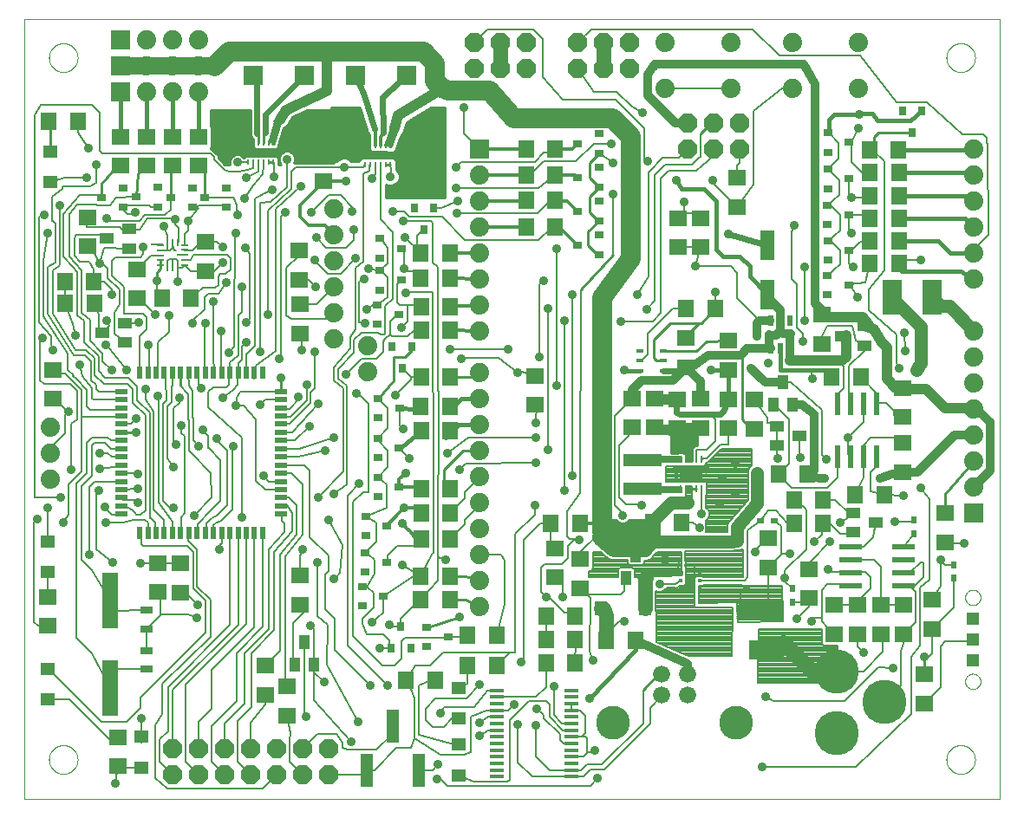
<source format=gtl>
G75*
%MOIN*%
%OFA0B0*%
%FSLAX25Y25*%
%IPPOS*%
%LPD*%
%AMOC8*
5,1,8,0,0,1.08239X$1,22.5*
%
%ADD10C,0.00000*%
%ADD11R,0.05100X0.01000*%
%ADD12R,0.04400X0.00800*%
%ADD13C,0.17000*%
%ADD14R,0.05906X0.21654*%
%ADD15R,0.04724X0.03150*%
%ADD16R,0.07400X0.07400*%
%ADD17C,0.07400*%
%ADD18R,0.03150X0.03543*%
%ADD19R,0.03543X0.03150*%
%ADD20R,0.05512X0.03937*%
%ADD21R,0.03937X0.05512*%
%ADD22R,0.06299X0.07098*%
%ADD23R,0.02400X0.08700*%
%ADD24R,0.05512X0.11811*%
%ADD25R,0.08700X0.02400*%
%ADD26R,0.07098X0.06299*%
%ADD27OC8,0.07400*%
%ADD28R,0.05512X0.04724*%
%ADD29R,0.04700X0.02200*%
%ADD30R,0.02200X0.04700*%
%ADD31R,0.05150X0.05150*%
%ADD32R,0.07677X0.07677*%
%ADD33R,0.05500X0.01370*%
%ADD34R,0.01102X0.01969*%
%ADD35R,0.07874X0.03543*%
%ADD36R,0.02756X0.01575*%
%ADD37R,0.02362X0.04134*%
%ADD38R,0.02638X0.00984*%
%ADD39R,0.00984X0.02638*%
%ADD40R,0.06299X0.07087*%
%ADD41C,0.06600*%
%ADD42C,0.13000*%
%ADD43R,0.07087X0.06299*%
%ADD44R,0.04700X0.13000*%
%ADD45R,0.14567X0.04724*%
%ADD46R,0.00984X0.02756*%
%ADD47R,0.02756X0.00984*%
%ADD48R,0.08504X0.06693*%
%ADD49R,0.01378X0.01181*%
%ADD50R,0.03740X0.02362*%
%ADD51R,0.13386X0.07480*%
%ADD52R,0.07480X0.13386*%
%ADD53R,0.05000X0.05787*%
%ADD54R,0.01969X0.02756*%
%ADD55R,0.02756X0.01969*%
%ADD56C,0.01000*%
%ADD57C,0.00800*%
%ADD58C,0.01600*%
%ADD59C,0.03569*%
%ADD60C,0.01200*%
%ADD61C,0.02400*%
%ADD62C,0.00700*%
%ADD63C,0.04000*%
%ADD64C,0.05600*%
%ADD65C,0.05000*%
%ADD66C,0.03200*%
%ADD67C,0.07600*%
%ADD68C,0.06600*%
%ADD69C,0.06000*%
%ADD70C,0.01100*%
D10*
X0003706Y0010613D02*
X0378667Y0010613D01*
X0378667Y0310313D01*
X0003706Y0310313D01*
X0003706Y0010613D01*
X0013155Y0025613D02*
X0013157Y0025761D01*
X0013163Y0025909D01*
X0013173Y0026057D01*
X0013187Y0026204D01*
X0013205Y0026351D01*
X0013226Y0026497D01*
X0013252Y0026643D01*
X0013282Y0026788D01*
X0013315Y0026932D01*
X0013353Y0027075D01*
X0013394Y0027217D01*
X0013439Y0027358D01*
X0013487Y0027498D01*
X0013540Y0027637D01*
X0013596Y0027774D01*
X0013656Y0027909D01*
X0013719Y0028043D01*
X0013786Y0028175D01*
X0013857Y0028305D01*
X0013931Y0028433D01*
X0014008Y0028559D01*
X0014089Y0028683D01*
X0014173Y0028805D01*
X0014260Y0028924D01*
X0014351Y0029041D01*
X0014445Y0029156D01*
X0014541Y0029268D01*
X0014641Y0029378D01*
X0014743Y0029484D01*
X0014849Y0029588D01*
X0014957Y0029689D01*
X0015068Y0029787D01*
X0015181Y0029883D01*
X0015297Y0029975D01*
X0015415Y0030064D01*
X0015536Y0030149D01*
X0015659Y0030232D01*
X0015784Y0030311D01*
X0015911Y0030387D01*
X0016040Y0030459D01*
X0016171Y0030528D01*
X0016304Y0030593D01*
X0016439Y0030654D01*
X0016575Y0030712D01*
X0016712Y0030767D01*
X0016851Y0030817D01*
X0016992Y0030864D01*
X0017133Y0030907D01*
X0017276Y0030947D01*
X0017420Y0030982D01*
X0017564Y0031014D01*
X0017710Y0031041D01*
X0017856Y0031065D01*
X0018003Y0031085D01*
X0018150Y0031101D01*
X0018297Y0031113D01*
X0018445Y0031121D01*
X0018593Y0031125D01*
X0018741Y0031125D01*
X0018889Y0031121D01*
X0019037Y0031113D01*
X0019184Y0031101D01*
X0019331Y0031085D01*
X0019478Y0031065D01*
X0019624Y0031041D01*
X0019770Y0031014D01*
X0019914Y0030982D01*
X0020058Y0030947D01*
X0020201Y0030907D01*
X0020342Y0030864D01*
X0020483Y0030817D01*
X0020622Y0030767D01*
X0020759Y0030712D01*
X0020895Y0030654D01*
X0021030Y0030593D01*
X0021163Y0030528D01*
X0021294Y0030459D01*
X0021423Y0030387D01*
X0021550Y0030311D01*
X0021675Y0030232D01*
X0021798Y0030149D01*
X0021919Y0030064D01*
X0022037Y0029975D01*
X0022153Y0029883D01*
X0022266Y0029787D01*
X0022377Y0029689D01*
X0022485Y0029588D01*
X0022591Y0029484D01*
X0022693Y0029378D01*
X0022793Y0029268D01*
X0022889Y0029156D01*
X0022983Y0029041D01*
X0023074Y0028924D01*
X0023161Y0028805D01*
X0023245Y0028683D01*
X0023326Y0028559D01*
X0023403Y0028433D01*
X0023477Y0028305D01*
X0023548Y0028175D01*
X0023615Y0028043D01*
X0023678Y0027909D01*
X0023738Y0027774D01*
X0023794Y0027637D01*
X0023847Y0027498D01*
X0023895Y0027358D01*
X0023940Y0027217D01*
X0023981Y0027075D01*
X0024019Y0026932D01*
X0024052Y0026788D01*
X0024082Y0026643D01*
X0024108Y0026497D01*
X0024129Y0026351D01*
X0024147Y0026204D01*
X0024161Y0026057D01*
X0024171Y0025909D01*
X0024177Y0025761D01*
X0024179Y0025613D01*
X0024177Y0025465D01*
X0024171Y0025317D01*
X0024161Y0025169D01*
X0024147Y0025022D01*
X0024129Y0024875D01*
X0024108Y0024729D01*
X0024082Y0024583D01*
X0024052Y0024438D01*
X0024019Y0024294D01*
X0023981Y0024151D01*
X0023940Y0024009D01*
X0023895Y0023868D01*
X0023847Y0023728D01*
X0023794Y0023589D01*
X0023738Y0023452D01*
X0023678Y0023317D01*
X0023615Y0023183D01*
X0023548Y0023051D01*
X0023477Y0022921D01*
X0023403Y0022793D01*
X0023326Y0022667D01*
X0023245Y0022543D01*
X0023161Y0022421D01*
X0023074Y0022302D01*
X0022983Y0022185D01*
X0022889Y0022070D01*
X0022793Y0021958D01*
X0022693Y0021848D01*
X0022591Y0021742D01*
X0022485Y0021638D01*
X0022377Y0021537D01*
X0022266Y0021439D01*
X0022153Y0021343D01*
X0022037Y0021251D01*
X0021919Y0021162D01*
X0021798Y0021077D01*
X0021675Y0020994D01*
X0021550Y0020915D01*
X0021423Y0020839D01*
X0021294Y0020767D01*
X0021163Y0020698D01*
X0021030Y0020633D01*
X0020895Y0020572D01*
X0020759Y0020514D01*
X0020622Y0020459D01*
X0020483Y0020409D01*
X0020342Y0020362D01*
X0020201Y0020319D01*
X0020058Y0020279D01*
X0019914Y0020244D01*
X0019770Y0020212D01*
X0019624Y0020185D01*
X0019478Y0020161D01*
X0019331Y0020141D01*
X0019184Y0020125D01*
X0019037Y0020113D01*
X0018889Y0020105D01*
X0018741Y0020101D01*
X0018593Y0020101D01*
X0018445Y0020105D01*
X0018297Y0020113D01*
X0018150Y0020125D01*
X0018003Y0020141D01*
X0017856Y0020161D01*
X0017710Y0020185D01*
X0017564Y0020212D01*
X0017420Y0020244D01*
X0017276Y0020279D01*
X0017133Y0020319D01*
X0016992Y0020362D01*
X0016851Y0020409D01*
X0016712Y0020459D01*
X0016575Y0020514D01*
X0016439Y0020572D01*
X0016304Y0020633D01*
X0016171Y0020698D01*
X0016040Y0020767D01*
X0015911Y0020839D01*
X0015784Y0020915D01*
X0015659Y0020994D01*
X0015536Y0021077D01*
X0015415Y0021162D01*
X0015297Y0021251D01*
X0015181Y0021343D01*
X0015068Y0021439D01*
X0014957Y0021537D01*
X0014849Y0021638D01*
X0014743Y0021742D01*
X0014641Y0021848D01*
X0014541Y0021958D01*
X0014445Y0022070D01*
X0014351Y0022185D01*
X0014260Y0022302D01*
X0014173Y0022421D01*
X0014089Y0022543D01*
X0014008Y0022667D01*
X0013931Y0022793D01*
X0013857Y0022921D01*
X0013786Y0023051D01*
X0013719Y0023183D01*
X0013656Y0023317D01*
X0013596Y0023452D01*
X0013540Y0023589D01*
X0013487Y0023728D01*
X0013439Y0023868D01*
X0013394Y0024009D01*
X0013353Y0024151D01*
X0013315Y0024294D01*
X0013282Y0024438D01*
X0013252Y0024583D01*
X0013226Y0024729D01*
X0013205Y0024875D01*
X0013187Y0025022D01*
X0013173Y0025169D01*
X0013163Y0025317D01*
X0013157Y0025465D01*
X0013155Y0025613D01*
X0013155Y0295613D02*
X0013157Y0295761D01*
X0013163Y0295909D01*
X0013173Y0296057D01*
X0013187Y0296204D01*
X0013205Y0296351D01*
X0013226Y0296497D01*
X0013252Y0296643D01*
X0013282Y0296788D01*
X0013315Y0296932D01*
X0013353Y0297075D01*
X0013394Y0297217D01*
X0013439Y0297358D01*
X0013487Y0297498D01*
X0013540Y0297637D01*
X0013596Y0297774D01*
X0013656Y0297909D01*
X0013719Y0298043D01*
X0013786Y0298175D01*
X0013857Y0298305D01*
X0013931Y0298433D01*
X0014008Y0298559D01*
X0014089Y0298683D01*
X0014173Y0298805D01*
X0014260Y0298924D01*
X0014351Y0299041D01*
X0014445Y0299156D01*
X0014541Y0299268D01*
X0014641Y0299378D01*
X0014743Y0299484D01*
X0014849Y0299588D01*
X0014957Y0299689D01*
X0015068Y0299787D01*
X0015181Y0299883D01*
X0015297Y0299975D01*
X0015415Y0300064D01*
X0015536Y0300149D01*
X0015659Y0300232D01*
X0015784Y0300311D01*
X0015911Y0300387D01*
X0016040Y0300459D01*
X0016171Y0300528D01*
X0016304Y0300593D01*
X0016439Y0300654D01*
X0016575Y0300712D01*
X0016712Y0300767D01*
X0016851Y0300817D01*
X0016992Y0300864D01*
X0017133Y0300907D01*
X0017276Y0300947D01*
X0017420Y0300982D01*
X0017564Y0301014D01*
X0017710Y0301041D01*
X0017856Y0301065D01*
X0018003Y0301085D01*
X0018150Y0301101D01*
X0018297Y0301113D01*
X0018445Y0301121D01*
X0018593Y0301125D01*
X0018741Y0301125D01*
X0018889Y0301121D01*
X0019037Y0301113D01*
X0019184Y0301101D01*
X0019331Y0301085D01*
X0019478Y0301065D01*
X0019624Y0301041D01*
X0019770Y0301014D01*
X0019914Y0300982D01*
X0020058Y0300947D01*
X0020201Y0300907D01*
X0020342Y0300864D01*
X0020483Y0300817D01*
X0020622Y0300767D01*
X0020759Y0300712D01*
X0020895Y0300654D01*
X0021030Y0300593D01*
X0021163Y0300528D01*
X0021294Y0300459D01*
X0021423Y0300387D01*
X0021550Y0300311D01*
X0021675Y0300232D01*
X0021798Y0300149D01*
X0021919Y0300064D01*
X0022037Y0299975D01*
X0022153Y0299883D01*
X0022266Y0299787D01*
X0022377Y0299689D01*
X0022485Y0299588D01*
X0022591Y0299484D01*
X0022693Y0299378D01*
X0022793Y0299268D01*
X0022889Y0299156D01*
X0022983Y0299041D01*
X0023074Y0298924D01*
X0023161Y0298805D01*
X0023245Y0298683D01*
X0023326Y0298559D01*
X0023403Y0298433D01*
X0023477Y0298305D01*
X0023548Y0298175D01*
X0023615Y0298043D01*
X0023678Y0297909D01*
X0023738Y0297774D01*
X0023794Y0297637D01*
X0023847Y0297498D01*
X0023895Y0297358D01*
X0023940Y0297217D01*
X0023981Y0297075D01*
X0024019Y0296932D01*
X0024052Y0296788D01*
X0024082Y0296643D01*
X0024108Y0296497D01*
X0024129Y0296351D01*
X0024147Y0296204D01*
X0024161Y0296057D01*
X0024171Y0295909D01*
X0024177Y0295761D01*
X0024179Y0295613D01*
X0024177Y0295465D01*
X0024171Y0295317D01*
X0024161Y0295169D01*
X0024147Y0295022D01*
X0024129Y0294875D01*
X0024108Y0294729D01*
X0024082Y0294583D01*
X0024052Y0294438D01*
X0024019Y0294294D01*
X0023981Y0294151D01*
X0023940Y0294009D01*
X0023895Y0293868D01*
X0023847Y0293728D01*
X0023794Y0293589D01*
X0023738Y0293452D01*
X0023678Y0293317D01*
X0023615Y0293183D01*
X0023548Y0293051D01*
X0023477Y0292921D01*
X0023403Y0292793D01*
X0023326Y0292667D01*
X0023245Y0292543D01*
X0023161Y0292421D01*
X0023074Y0292302D01*
X0022983Y0292185D01*
X0022889Y0292070D01*
X0022793Y0291958D01*
X0022693Y0291848D01*
X0022591Y0291742D01*
X0022485Y0291638D01*
X0022377Y0291537D01*
X0022266Y0291439D01*
X0022153Y0291343D01*
X0022037Y0291251D01*
X0021919Y0291162D01*
X0021798Y0291077D01*
X0021675Y0290994D01*
X0021550Y0290915D01*
X0021423Y0290839D01*
X0021294Y0290767D01*
X0021163Y0290698D01*
X0021030Y0290633D01*
X0020895Y0290572D01*
X0020759Y0290514D01*
X0020622Y0290459D01*
X0020483Y0290409D01*
X0020342Y0290362D01*
X0020201Y0290319D01*
X0020058Y0290279D01*
X0019914Y0290244D01*
X0019770Y0290212D01*
X0019624Y0290185D01*
X0019478Y0290161D01*
X0019331Y0290141D01*
X0019184Y0290125D01*
X0019037Y0290113D01*
X0018889Y0290105D01*
X0018741Y0290101D01*
X0018593Y0290101D01*
X0018445Y0290105D01*
X0018297Y0290113D01*
X0018150Y0290125D01*
X0018003Y0290141D01*
X0017856Y0290161D01*
X0017710Y0290185D01*
X0017564Y0290212D01*
X0017420Y0290244D01*
X0017276Y0290279D01*
X0017133Y0290319D01*
X0016992Y0290362D01*
X0016851Y0290409D01*
X0016712Y0290459D01*
X0016575Y0290514D01*
X0016439Y0290572D01*
X0016304Y0290633D01*
X0016171Y0290698D01*
X0016040Y0290767D01*
X0015911Y0290839D01*
X0015784Y0290915D01*
X0015659Y0290994D01*
X0015536Y0291077D01*
X0015415Y0291162D01*
X0015297Y0291251D01*
X0015181Y0291343D01*
X0015068Y0291439D01*
X0014957Y0291537D01*
X0014849Y0291638D01*
X0014743Y0291742D01*
X0014641Y0291848D01*
X0014541Y0291958D01*
X0014445Y0292070D01*
X0014351Y0292185D01*
X0014260Y0292302D01*
X0014173Y0292421D01*
X0014089Y0292543D01*
X0014008Y0292667D01*
X0013931Y0292793D01*
X0013857Y0292921D01*
X0013786Y0293051D01*
X0013719Y0293183D01*
X0013656Y0293317D01*
X0013596Y0293452D01*
X0013540Y0293589D01*
X0013487Y0293728D01*
X0013439Y0293868D01*
X0013394Y0294009D01*
X0013353Y0294151D01*
X0013315Y0294294D01*
X0013282Y0294438D01*
X0013252Y0294583D01*
X0013226Y0294729D01*
X0013205Y0294875D01*
X0013187Y0295022D01*
X0013173Y0295169D01*
X0013163Y0295317D01*
X0013157Y0295465D01*
X0013155Y0295613D01*
X0358155Y0295613D02*
X0358157Y0295761D01*
X0358163Y0295909D01*
X0358173Y0296057D01*
X0358187Y0296204D01*
X0358205Y0296351D01*
X0358226Y0296497D01*
X0358252Y0296643D01*
X0358282Y0296788D01*
X0358315Y0296932D01*
X0358353Y0297075D01*
X0358394Y0297217D01*
X0358439Y0297358D01*
X0358487Y0297498D01*
X0358540Y0297637D01*
X0358596Y0297774D01*
X0358656Y0297909D01*
X0358719Y0298043D01*
X0358786Y0298175D01*
X0358857Y0298305D01*
X0358931Y0298433D01*
X0359008Y0298559D01*
X0359089Y0298683D01*
X0359173Y0298805D01*
X0359260Y0298924D01*
X0359351Y0299041D01*
X0359445Y0299156D01*
X0359541Y0299268D01*
X0359641Y0299378D01*
X0359743Y0299484D01*
X0359849Y0299588D01*
X0359957Y0299689D01*
X0360068Y0299787D01*
X0360181Y0299883D01*
X0360297Y0299975D01*
X0360415Y0300064D01*
X0360536Y0300149D01*
X0360659Y0300232D01*
X0360784Y0300311D01*
X0360911Y0300387D01*
X0361040Y0300459D01*
X0361171Y0300528D01*
X0361304Y0300593D01*
X0361439Y0300654D01*
X0361575Y0300712D01*
X0361712Y0300767D01*
X0361851Y0300817D01*
X0361992Y0300864D01*
X0362133Y0300907D01*
X0362276Y0300947D01*
X0362420Y0300982D01*
X0362564Y0301014D01*
X0362710Y0301041D01*
X0362856Y0301065D01*
X0363003Y0301085D01*
X0363150Y0301101D01*
X0363297Y0301113D01*
X0363445Y0301121D01*
X0363593Y0301125D01*
X0363741Y0301125D01*
X0363889Y0301121D01*
X0364037Y0301113D01*
X0364184Y0301101D01*
X0364331Y0301085D01*
X0364478Y0301065D01*
X0364624Y0301041D01*
X0364770Y0301014D01*
X0364914Y0300982D01*
X0365058Y0300947D01*
X0365201Y0300907D01*
X0365342Y0300864D01*
X0365483Y0300817D01*
X0365622Y0300767D01*
X0365759Y0300712D01*
X0365895Y0300654D01*
X0366030Y0300593D01*
X0366163Y0300528D01*
X0366294Y0300459D01*
X0366423Y0300387D01*
X0366550Y0300311D01*
X0366675Y0300232D01*
X0366798Y0300149D01*
X0366919Y0300064D01*
X0367037Y0299975D01*
X0367153Y0299883D01*
X0367266Y0299787D01*
X0367377Y0299689D01*
X0367485Y0299588D01*
X0367591Y0299484D01*
X0367693Y0299378D01*
X0367793Y0299268D01*
X0367889Y0299156D01*
X0367983Y0299041D01*
X0368074Y0298924D01*
X0368161Y0298805D01*
X0368245Y0298683D01*
X0368326Y0298559D01*
X0368403Y0298433D01*
X0368477Y0298305D01*
X0368548Y0298175D01*
X0368615Y0298043D01*
X0368678Y0297909D01*
X0368738Y0297774D01*
X0368794Y0297637D01*
X0368847Y0297498D01*
X0368895Y0297358D01*
X0368940Y0297217D01*
X0368981Y0297075D01*
X0369019Y0296932D01*
X0369052Y0296788D01*
X0369082Y0296643D01*
X0369108Y0296497D01*
X0369129Y0296351D01*
X0369147Y0296204D01*
X0369161Y0296057D01*
X0369171Y0295909D01*
X0369177Y0295761D01*
X0369179Y0295613D01*
X0369177Y0295465D01*
X0369171Y0295317D01*
X0369161Y0295169D01*
X0369147Y0295022D01*
X0369129Y0294875D01*
X0369108Y0294729D01*
X0369082Y0294583D01*
X0369052Y0294438D01*
X0369019Y0294294D01*
X0368981Y0294151D01*
X0368940Y0294009D01*
X0368895Y0293868D01*
X0368847Y0293728D01*
X0368794Y0293589D01*
X0368738Y0293452D01*
X0368678Y0293317D01*
X0368615Y0293183D01*
X0368548Y0293051D01*
X0368477Y0292921D01*
X0368403Y0292793D01*
X0368326Y0292667D01*
X0368245Y0292543D01*
X0368161Y0292421D01*
X0368074Y0292302D01*
X0367983Y0292185D01*
X0367889Y0292070D01*
X0367793Y0291958D01*
X0367693Y0291848D01*
X0367591Y0291742D01*
X0367485Y0291638D01*
X0367377Y0291537D01*
X0367266Y0291439D01*
X0367153Y0291343D01*
X0367037Y0291251D01*
X0366919Y0291162D01*
X0366798Y0291077D01*
X0366675Y0290994D01*
X0366550Y0290915D01*
X0366423Y0290839D01*
X0366294Y0290767D01*
X0366163Y0290698D01*
X0366030Y0290633D01*
X0365895Y0290572D01*
X0365759Y0290514D01*
X0365622Y0290459D01*
X0365483Y0290409D01*
X0365342Y0290362D01*
X0365201Y0290319D01*
X0365058Y0290279D01*
X0364914Y0290244D01*
X0364770Y0290212D01*
X0364624Y0290185D01*
X0364478Y0290161D01*
X0364331Y0290141D01*
X0364184Y0290125D01*
X0364037Y0290113D01*
X0363889Y0290105D01*
X0363741Y0290101D01*
X0363593Y0290101D01*
X0363445Y0290105D01*
X0363297Y0290113D01*
X0363150Y0290125D01*
X0363003Y0290141D01*
X0362856Y0290161D01*
X0362710Y0290185D01*
X0362564Y0290212D01*
X0362420Y0290244D01*
X0362276Y0290279D01*
X0362133Y0290319D01*
X0361992Y0290362D01*
X0361851Y0290409D01*
X0361712Y0290459D01*
X0361575Y0290514D01*
X0361439Y0290572D01*
X0361304Y0290633D01*
X0361171Y0290698D01*
X0361040Y0290767D01*
X0360911Y0290839D01*
X0360784Y0290915D01*
X0360659Y0290994D01*
X0360536Y0291077D01*
X0360415Y0291162D01*
X0360297Y0291251D01*
X0360181Y0291343D01*
X0360068Y0291439D01*
X0359957Y0291537D01*
X0359849Y0291638D01*
X0359743Y0291742D01*
X0359641Y0291848D01*
X0359541Y0291958D01*
X0359445Y0292070D01*
X0359351Y0292185D01*
X0359260Y0292302D01*
X0359173Y0292421D01*
X0359089Y0292543D01*
X0359008Y0292667D01*
X0358931Y0292793D01*
X0358857Y0292921D01*
X0358786Y0293051D01*
X0358719Y0293183D01*
X0358656Y0293317D01*
X0358596Y0293452D01*
X0358540Y0293589D01*
X0358487Y0293728D01*
X0358439Y0293868D01*
X0358394Y0294009D01*
X0358353Y0294151D01*
X0358315Y0294294D01*
X0358282Y0294438D01*
X0358252Y0294583D01*
X0358226Y0294729D01*
X0358205Y0294875D01*
X0358187Y0295022D01*
X0358173Y0295169D01*
X0358163Y0295317D01*
X0358157Y0295465D01*
X0358155Y0295613D01*
X0365371Y0087954D02*
X0365373Y0088062D01*
X0365379Y0088171D01*
X0365389Y0088279D01*
X0365403Y0088386D01*
X0365421Y0088493D01*
X0365442Y0088600D01*
X0365468Y0088705D01*
X0365498Y0088810D01*
X0365531Y0088913D01*
X0365568Y0089015D01*
X0365609Y0089115D01*
X0365653Y0089214D01*
X0365702Y0089312D01*
X0365753Y0089407D01*
X0365808Y0089500D01*
X0365867Y0089592D01*
X0365929Y0089681D01*
X0365994Y0089768D01*
X0366062Y0089852D01*
X0366133Y0089934D01*
X0366207Y0090013D01*
X0366284Y0090089D01*
X0366364Y0090163D01*
X0366447Y0090233D01*
X0366532Y0090301D01*
X0366619Y0090365D01*
X0366709Y0090426D01*
X0366801Y0090484D01*
X0366895Y0090538D01*
X0366991Y0090589D01*
X0367088Y0090636D01*
X0367188Y0090680D01*
X0367289Y0090720D01*
X0367391Y0090756D01*
X0367494Y0090788D01*
X0367599Y0090817D01*
X0367705Y0090841D01*
X0367811Y0090862D01*
X0367918Y0090879D01*
X0368026Y0090892D01*
X0368134Y0090901D01*
X0368243Y0090906D01*
X0368351Y0090907D01*
X0368460Y0090904D01*
X0368568Y0090897D01*
X0368676Y0090886D01*
X0368783Y0090871D01*
X0368890Y0090852D01*
X0368996Y0090829D01*
X0369101Y0090803D01*
X0369206Y0090772D01*
X0369308Y0090738D01*
X0369410Y0090700D01*
X0369510Y0090658D01*
X0369609Y0090613D01*
X0369706Y0090564D01*
X0369800Y0090511D01*
X0369893Y0090455D01*
X0369984Y0090396D01*
X0370073Y0090333D01*
X0370159Y0090268D01*
X0370243Y0090199D01*
X0370324Y0090127D01*
X0370402Y0090052D01*
X0370478Y0089974D01*
X0370551Y0089893D01*
X0370621Y0089810D01*
X0370687Y0089725D01*
X0370751Y0089637D01*
X0370811Y0089546D01*
X0370868Y0089454D01*
X0370921Y0089359D01*
X0370971Y0089263D01*
X0371017Y0089165D01*
X0371060Y0089065D01*
X0371099Y0088964D01*
X0371134Y0088861D01*
X0371166Y0088758D01*
X0371193Y0088653D01*
X0371217Y0088547D01*
X0371237Y0088440D01*
X0371253Y0088333D01*
X0371265Y0088225D01*
X0371273Y0088117D01*
X0371277Y0088008D01*
X0371277Y0087900D01*
X0371273Y0087791D01*
X0371265Y0087683D01*
X0371253Y0087575D01*
X0371237Y0087468D01*
X0371217Y0087361D01*
X0371193Y0087255D01*
X0371166Y0087150D01*
X0371134Y0087047D01*
X0371099Y0086944D01*
X0371060Y0086843D01*
X0371017Y0086743D01*
X0370971Y0086645D01*
X0370921Y0086549D01*
X0370868Y0086454D01*
X0370811Y0086362D01*
X0370751Y0086271D01*
X0370687Y0086183D01*
X0370621Y0086098D01*
X0370551Y0086015D01*
X0370478Y0085934D01*
X0370402Y0085856D01*
X0370324Y0085781D01*
X0370243Y0085709D01*
X0370159Y0085640D01*
X0370073Y0085575D01*
X0369984Y0085512D01*
X0369893Y0085453D01*
X0369801Y0085397D01*
X0369706Y0085344D01*
X0369609Y0085295D01*
X0369510Y0085250D01*
X0369410Y0085208D01*
X0369308Y0085170D01*
X0369206Y0085136D01*
X0369101Y0085105D01*
X0368996Y0085079D01*
X0368890Y0085056D01*
X0368783Y0085037D01*
X0368676Y0085022D01*
X0368568Y0085011D01*
X0368460Y0085004D01*
X0368351Y0085001D01*
X0368243Y0085002D01*
X0368134Y0085007D01*
X0368026Y0085016D01*
X0367918Y0085029D01*
X0367811Y0085046D01*
X0367705Y0085067D01*
X0367599Y0085091D01*
X0367494Y0085120D01*
X0367391Y0085152D01*
X0367289Y0085188D01*
X0367188Y0085228D01*
X0367088Y0085272D01*
X0366991Y0085319D01*
X0366895Y0085370D01*
X0366801Y0085424D01*
X0366709Y0085482D01*
X0366619Y0085543D01*
X0366532Y0085607D01*
X0366447Y0085675D01*
X0366364Y0085745D01*
X0366284Y0085819D01*
X0366207Y0085895D01*
X0366133Y0085974D01*
X0366062Y0086056D01*
X0365994Y0086140D01*
X0365929Y0086227D01*
X0365867Y0086316D01*
X0365808Y0086408D01*
X0365753Y0086501D01*
X0365702Y0086596D01*
X0365653Y0086694D01*
X0365609Y0086793D01*
X0365568Y0086893D01*
X0365531Y0086995D01*
X0365498Y0087098D01*
X0365468Y0087203D01*
X0365442Y0087308D01*
X0365421Y0087415D01*
X0365403Y0087522D01*
X0365389Y0087629D01*
X0365379Y0087737D01*
X0365373Y0087846D01*
X0365371Y0087954D01*
X0365371Y0055671D02*
X0365373Y0055779D01*
X0365379Y0055888D01*
X0365389Y0055996D01*
X0365403Y0056103D01*
X0365421Y0056210D01*
X0365442Y0056317D01*
X0365468Y0056422D01*
X0365498Y0056527D01*
X0365531Y0056630D01*
X0365568Y0056732D01*
X0365609Y0056832D01*
X0365653Y0056931D01*
X0365702Y0057029D01*
X0365753Y0057124D01*
X0365808Y0057217D01*
X0365867Y0057309D01*
X0365929Y0057398D01*
X0365994Y0057485D01*
X0366062Y0057569D01*
X0366133Y0057651D01*
X0366207Y0057730D01*
X0366284Y0057806D01*
X0366364Y0057880D01*
X0366447Y0057950D01*
X0366532Y0058018D01*
X0366619Y0058082D01*
X0366709Y0058143D01*
X0366801Y0058201D01*
X0366895Y0058255D01*
X0366991Y0058306D01*
X0367088Y0058353D01*
X0367188Y0058397D01*
X0367289Y0058437D01*
X0367391Y0058473D01*
X0367494Y0058505D01*
X0367599Y0058534D01*
X0367705Y0058558D01*
X0367811Y0058579D01*
X0367918Y0058596D01*
X0368026Y0058609D01*
X0368134Y0058618D01*
X0368243Y0058623D01*
X0368351Y0058624D01*
X0368460Y0058621D01*
X0368568Y0058614D01*
X0368676Y0058603D01*
X0368783Y0058588D01*
X0368890Y0058569D01*
X0368996Y0058546D01*
X0369101Y0058520D01*
X0369206Y0058489D01*
X0369308Y0058455D01*
X0369410Y0058417D01*
X0369510Y0058375D01*
X0369609Y0058330D01*
X0369706Y0058281D01*
X0369800Y0058228D01*
X0369893Y0058172D01*
X0369984Y0058113D01*
X0370073Y0058050D01*
X0370159Y0057985D01*
X0370243Y0057916D01*
X0370324Y0057844D01*
X0370402Y0057769D01*
X0370478Y0057691D01*
X0370551Y0057610D01*
X0370621Y0057527D01*
X0370687Y0057442D01*
X0370751Y0057354D01*
X0370811Y0057263D01*
X0370868Y0057171D01*
X0370921Y0057076D01*
X0370971Y0056980D01*
X0371017Y0056882D01*
X0371060Y0056782D01*
X0371099Y0056681D01*
X0371134Y0056578D01*
X0371166Y0056475D01*
X0371193Y0056370D01*
X0371217Y0056264D01*
X0371237Y0056157D01*
X0371253Y0056050D01*
X0371265Y0055942D01*
X0371273Y0055834D01*
X0371277Y0055725D01*
X0371277Y0055617D01*
X0371273Y0055508D01*
X0371265Y0055400D01*
X0371253Y0055292D01*
X0371237Y0055185D01*
X0371217Y0055078D01*
X0371193Y0054972D01*
X0371166Y0054867D01*
X0371134Y0054764D01*
X0371099Y0054661D01*
X0371060Y0054560D01*
X0371017Y0054460D01*
X0370971Y0054362D01*
X0370921Y0054266D01*
X0370868Y0054171D01*
X0370811Y0054079D01*
X0370751Y0053988D01*
X0370687Y0053900D01*
X0370621Y0053815D01*
X0370551Y0053732D01*
X0370478Y0053651D01*
X0370402Y0053573D01*
X0370324Y0053498D01*
X0370243Y0053426D01*
X0370159Y0053357D01*
X0370073Y0053292D01*
X0369984Y0053229D01*
X0369893Y0053170D01*
X0369801Y0053114D01*
X0369706Y0053061D01*
X0369609Y0053012D01*
X0369510Y0052967D01*
X0369410Y0052925D01*
X0369308Y0052887D01*
X0369206Y0052853D01*
X0369101Y0052822D01*
X0368996Y0052796D01*
X0368890Y0052773D01*
X0368783Y0052754D01*
X0368676Y0052739D01*
X0368568Y0052728D01*
X0368460Y0052721D01*
X0368351Y0052718D01*
X0368243Y0052719D01*
X0368134Y0052724D01*
X0368026Y0052733D01*
X0367918Y0052746D01*
X0367811Y0052763D01*
X0367705Y0052784D01*
X0367599Y0052808D01*
X0367494Y0052837D01*
X0367391Y0052869D01*
X0367289Y0052905D01*
X0367188Y0052945D01*
X0367088Y0052989D01*
X0366991Y0053036D01*
X0366895Y0053087D01*
X0366801Y0053141D01*
X0366709Y0053199D01*
X0366619Y0053260D01*
X0366532Y0053324D01*
X0366447Y0053392D01*
X0366364Y0053462D01*
X0366284Y0053536D01*
X0366207Y0053612D01*
X0366133Y0053691D01*
X0366062Y0053773D01*
X0365994Y0053857D01*
X0365929Y0053944D01*
X0365867Y0054033D01*
X0365808Y0054125D01*
X0365753Y0054218D01*
X0365702Y0054313D01*
X0365653Y0054411D01*
X0365609Y0054510D01*
X0365568Y0054610D01*
X0365531Y0054712D01*
X0365498Y0054815D01*
X0365468Y0054920D01*
X0365442Y0055025D01*
X0365421Y0055132D01*
X0365403Y0055239D01*
X0365389Y0055346D01*
X0365379Y0055454D01*
X0365373Y0055563D01*
X0365371Y0055671D01*
X0358155Y0025613D02*
X0358157Y0025761D01*
X0358163Y0025909D01*
X0358173Y0026057D01*
X0358187Y0026204D01*
X0358205Y0026351D01*
X0358226Y0026497D01*
X0358252Y0026643D01*
X0358282Y0026788D01*
X0358315Y0026932D01*
X0358353Y0027075D01*
X0358394Y0027217D01*
X0358439Y0027358D01*
X0358487Y0027498D01*
X0358540Y0027637D01*
X0358596Y0027774D01*
X0358656Y0027909D01*
X0358719Y0028043D01*
X0358786Y0028175D01*
X0358857Y0028305D01*
X0358931Y0028433D01*
X0359008Y0028559D01*
X0359089Y0028683D01*
X0359173Y0028805D01*
X0359260Y0028924D01*
X0359351Y0029041D01*
X0359445Y0029156D01*
X0359541Y0029268D01*
X0359641Y0029378D01*
X0359743Y0029484D01*
X0359849Y0029588D01*
X0359957Y0029689D01*
X0360068Y0029787D01*
X0360181Y0029883D01*
X0360297Y0029975D01*
X0360415Y0030064D01*
X0360536Y0030149D01*
X0360659Y0030232D01*
X0360784Y0030311D01*
X0360911Y0030387D01*
X0361040Y0030459D01*
X0361171Y0030528D01*
X0361304Y0030593D01*
X0361439Y0030654D01*
X0361575Y0030712D01*
X0361712Y0030767D01*
X0361851Y0030817D01*
X0361992Y0030864D01*
X0362133Y0030907D01*
X0362276Y0030947D01*
X0362420Y0030982D01*
X0362564Y0031014D01*
X0362710Y0031041D01*
X0362856Y0031065D01*
X0363003Y0031085D01*
X0363150Y0031101D01*
X0363297Y0031113D01*
X0363445Y0031121D01*
X0363593Y0031125D01*
X0363741Y0031125D01*
X0363889Y0031121D01*
X0364037Y0031113D01*
X0364184Y0031101D01*
X0364331Y0031085D01*
X0364478Y0031065D01*
X0364624Y0031041D01*
X0364770Y0031014D01*
X0364914Y0030982D01*
X0365058Y0030947D01*
X0365201Y0030907D01*
X0365342Y0030864D01*
X0365483Y0030817D01*
X0365622Y0030767D01*
X0365759Y0030712D01*
X0365895Y0030654D01*
X0366030Y0030593D01*
X0366163Y0030528D01*
X0366294Y0030459D01*
X0366423Y0030387D01*
X0366550Y0030311D01*
X0366675Y0030232D01*
X0366798Y0030149D01*
X0366919Y0030064D01*
X0367037Y0029975D01*
X0367153Y0029883D01*
X0367266Y0029787D01*
X0367377Y0029689D01*
X0367485Y0029588D01*
X0367591Y0029484D01*
X0367693Y0029378D01*
X0367793Y0029268D01*
X0367889Y0029156D01*
X0367983Y0029041D01*
X0368074Y0028924D01*
X0368161Y0028805D01*
X0368245Y0028683D01*
X0368326Y0028559D01*
X0368403Y0028433D01*
X0368477Y0028305D01*
X0368548Y0028175D01*
X0368615Y0028043D01*
X0368678Y0027909D01*
X0368738Y0027774D01*
X0368794Y0027637D01*
X0368847Y0027498D01*
X0368895Y0027358D01*
X0368940Y0027217D01*
X0368981Y0027075D01*
X0369019Y0026932D01*
X0369052Y0026788D01*
X0369082Y0026643D01*
X0369108Y0026497D01*
X0369129Y0026351D01*
X0369147Y0026204D01*
X0369161Y0026057D01*
X0369171Y0025909D01*
X0369177Y0025761D01*
X0369179Y0025613D01*
X0369177Y0025465D01*
X0369171Y0025317D01*
X0369161Y0025169D01*
X0369147Y0025022D01*
X0369129Y0024875D01*
X0369108Y0024729D01*
X0369082Y0024583D01*
X0369052Y0024438D01*
X0369019Y0024294D01*
X0368981Y0024151D01*
X0368940Y0024009D01*
X0368895Y0023868D01*
X0368847Y0023728D01*
X0368794Y0023589D01*
X0368738Y0023452D01*
X0368678Y0023317D01*
X0368615Y0023183D01*
X0368548Y0023051D01*
X0368477Y0022921D01*
X0368403Y0022793D01*
X0368326Y0022667D01*
X0368245Y0022543D01*
X0368161Y0022421D01*
X0368074Y0022302D01*
X0367983Y0022185D01*
X0367889Y0022070D01*
X0367793Y0021958D01*
X0367693Y0021848D01*
X0367591Y0021742D01*
X0367485Y0021638D01*
X0367377Y0021537D01*
X0367266Y0021439D01*
X0367153Y0021343D01*
X0367037Y0021251D01*
X0366919Y0021162D01*
X0366798Y0021077D01*
X0366675Y0020994D01*
X0366550Y0020915D01*
X0366423Y0020839D01*
X0366294Y0020767D01*
X0366163Y0020698D01*
X0366030Y0020633D01*
X0365895Y0020572D01*
X0365759Y0020514D01*
X0365622Y0020459D01*
X0365483Y0020409D01*
X0365342Y0020362D01*
X0365201Y0020319D01*
X0365058Y0020279D01*
X0364914Y0020244D01*
X0364770Y0020212D01*
X0364624Y0020185D01*
X0364478Y0020161D01*
X0364331Y0020141D01*
X0364184Y0020125D01*
X0364037Y0020113D01*
X0363889Y0020105D01*
X0363741Y0020101D01*
X0363593Y0020101D01*
X0363445Y0020105D01*
X0363297Y0020113D01*
X0363150Y0020125D01*
X0363003Y0020141D01*
X0362856Y0020161D01*
X0362710Y0020185D01*
X0362564Y0020212D01*
X0362420Y0020244D01*
X0362276Y0020279D01*
X0362133Y0020319D01*
X0361992Y0020362D01*
X0361851Y0020409D01*
X0361712Y0020459D01*
X0361575Y0020514D01*
X0361439Y0020572D01*
X0361304Y0020633D01*
X0361171Y0020698D01*
X0361040Y0020767D01*
X0360911Y0020839D01*
X0360784Y0020915D01*
X0360659Y0020994D01*
X0360536Y0021077D01*
X0360415Y0021162D01*
X0360297Y0021251D01*
X0360181Y0021343D01*
X0360068Y0021439D01*
X0359957Y0021537D01*
X0359849Y0021638D01*
X0359743Y0021742D01*
X0359641Y0021848D01*
X0359541Y0021958D01*
X0359445Y0022070D01*
X0359351Y0022185D01*
X0359260Y0022302D01*
X0359173Y0022421D01*
X0359089Y0022543D01*
X0359008Y0022667D01*
X0358931Y0022793D01*
X0358857Y0022921D01*
X0358786Y0023051D01*
X0358719Y0023183D01*
X0358656Y0023317D01*
X0358596Y0023452D01*
X0358540Y0023589D01*
X0358487Y0023728D01*
X0358439Y0023868D01*
X0358394Y0024009D01*
X0358353Y0024151D01*
X0358315Y0024294D01*
X0358282Y0024438D01*
X0358252Y0024583D01*
X0358226Y0024729D01*
X0358205Y0024875D01*
X0358187Y0025022D01*
X0358173Y0025169D01*
X0358163Y0025317D01*
X0358157Y0025465D01*
X0358155Y0025613D01*
D11*
X0054817Y0223713D03*
D12*
X0064367Y0219713D03*
D13*
X0315967Y0059550D03*
X0334471Y0047739D03*
X0315967Y0035928D03*
D14*
X0036567Y0052983D03*
X0036567Y0086842D03*
D15*
X0050567Y0082956D03*
X0050567Y0075869D03*
X0050667Y0067456D03*
X0050667Y0060369D03*
D16*
X0178667Y0260613D03*
X0040667Y0282613D03*
X0040667Y0292613D03*
X0040667Y0302613D03*
X0368667Y0120613D03*
D17*
X0368667Y0130613D03*
X0368667Y0140613D03*
X0368667Y0150613D03*
X0368667Y0160613D03*
X0368667Y0170613D03*
X0368667Y0180613D03*
X0368667Y0190613D03*
X0368667Y0210613D03*
X0368667Y0220613D03*
X0368667Y0230613D03*
X0368667Y0240613D03*
X0368667Y0250613D03*
X0368667Y0260613D03*
X0324467Y0283713D03*
X0324467Y0301513D03*
X0298867Y0301513D03*
X0298867Y0283713D03*
X0275467Y0283713D03*
X0275467Y0301513D03*
X0249867Y0301513D03*
X0249867Y0283713D03*
X0178667Y0250613D03*
X0178667Y0240613D03*
X0178667Y0230613D03*
X0178667Y0220613D03*
X0178667Y0210613D03*
X0178667Y0200613D03*
X0178667Y0190613D03*
X0178667Y0174613D03*
X0178667Y0164613D03*
X0178667Y0154613D03*
X0178667Y0144613D03*
X0178667Y0134613D03*
X0178667Y0124613D03*
X0178667Y0114613D03*
X0178667Y0104613D03*
X0178667Y0094613D03*
X0178667Y0084613D03*
X0135667Y0174813D03*
X0135667Y0184813D03*
X0122767Y0187613D03*
X0122767Y0197613D03*
X0122767Y0207613D03*
X0122767Y0217613D03*
X0122767Y0227613D03*
X0122767Y0237613D03*
X0070667Y0282613D03*
X0060667Y0282613D03*
X0060667Y0292613D03*
X0070667Y0292613D03*
X0070667Y0302613D03*
X0060667Y0302613D03*
X0050667Y0302613D03*
X0050667Y0292613D03*
X0050667Y0282613D03*
X0013667Y0153613D03*
X0013667Y0143613D03*
X0013667Y0133613D03*
D18*
X0145127Y0184350D03*
X0152607Y0184350D03*
X0148867Y0176082D03*
X0157367Y0229582D03*
X0161107Y0237850D03*
X0153627Y0237850D03*
X0341227Y0275150D03*
X0348707Y0275150D03*
X0344967Y0266882D03*
X0148467Y0076843D03*
X0152207Y0068576D03*
X0144727Y0068576D03*
D19*
X0158330Y0069072D03*
X0166597Y0072813D03*
X0158330Y0076553D03*
X0141797Y0088513D03*
X0133530Y0092253D03*
X0134730Y0097772D03*
X0142997Y0101513D03*
X0134730Y0105253D03*
X0134830Y0111672D03*
X0134830Y0119153D03*
X0139530Y0126772D03*
X0147797Y0130513D03*
X0139530Y0134253D03*
X0139530Y0141772D03*
X0147797Y0145513D03*
X0139530Y0149253D03*
X0139630Y0157072D03*
X0139630Y0164553D03*
X0147897Y0160813D03*
X0139330Y0193072D03*
X0147597Y0196813D03*
X0139330Y0200553D03*
X0140330Y0206272D03*
X0148597Y0210013D03*
X0140330Y0213753D03*
X0140330Y0218472D03*
X0148597Y0222213D03*
X0140330Y0225953D03*
X0081204Y0237972D03*
X0072936Y0241713D03*
X0068204Y0245553D03*
X0059936Y0241813D03*
X0055004Y0238272D03*
X0055004Y0245753D03*
X0046736Y0242013D03*
X0041604Y0245553D03*
X0033336Y0241813D03*
X0041604Y0238072D03*
X0068204Y0238072D03*
X0081204Y0245453D03*
X0216336Y0249613D03*
X0224604Y0253353D03*
X0224604Y0258872D03*
X0224604Y0266353D03*
X0216336Y0262613D03*
X0224604Y0245872D03*
X0224604Y0240353D03*
X0224604Y0232872D03*
X0224604Y0227353D03*
X0224604Y0219872D03*
X0216336Y0223613D03*
X0216336Y0236613D03*
X0312430Y0238853D03*
X0312530Y0245272D03*
X0312530Y0252753D03*
X0312530Y0259272D03*
X0320797Y0263013D03*
X0312530Y0266753D03*
X0320797Y0249013D03*
X0320697Y0235113D03*
X0312430Y0231372D03*
X0312530Y0225153D03*
X0312530Y0217672D03*
X0312430Y0211853D03*
X0312430Y0204372D03*
X0320697Y0208113D03*
X0320797Y0221413D03*
X0143097Y0115413D03*
X0133530Y0084772D03*
D20*
X0042397Y0186072D03*
X0042397Y0193553D03*
X0033736Y0189813D03*
X0043897Y0222272D03*
X0043897Y0229753D03*
X0035236Y0226013D03*
X0293136Y0153853D03*
X0293136Y0146372D03*
X0301797Y0150113D03*
X0322336Y0120453D03*
X0322336Y0112972D03*
X0330997Y0116713D03*
X0326597Y0184872D03*
X0326597Y0192353D03*
X0317936Y0188613D03*
D21*
X0295367Y0170743D03*
X0299107Y0162082D03*
X0291627Y0162082D03*
X0238767Y0104243D03*
X0242507Y0095582D03*
X0235027Y0095582D03*
X0115107Y0062082D03*
X0107627Y0062082D03*
X0111367Y0070743D03*
D22*
X0150368Y0056213D03*
X0161565Y0056213D03*
X0174068Y0061713D03*
X0185265Y0061713D03*
X0185265Y0073613D03*
X0174068Y0073613D03*
X0167265Y0087113D03*
X0167265Y0096013D03*
X0156068Y0096013D03*
X0156068Y0087113D03*
X0156268Y0110613D03*
X0156268Y0120613D03*
X0156168Y0129713D03*
X0167365Y0129713D03*
X0167465Y0120613D03*
X0167465Y0110613D03*
X0204168Y0080713D03*
X0215365Y0080713D03*
X0227368Y0071513D03*
X0238565Y0071513D03*
X0215465Y0062913D03*
X0204268Y0062913D03*
X0206068Y0116513D03*
X0217265Y0116513D03*
X0167365Y0152213D03*
X0167265Y0161513D03*
X0156068Y0161513D03*
X0156168Y0152213D03*
X0156268Y0172713D03*
X0167465Y0172713D03*
X0167465Y0190813D03*
X0167365Y0199713D03*
X0156168Y0199713D03*
X0156268Y0190813D03*
X0156068Y0210813D03*
X0156068Y0220513D03*
X0167265Y0220513D03*
X0167265Y0210813D03*
X0196568Y0230613D03*
X0196568Y0240713D03*
X0196568Y0250613D03*
X0207765Y0250613D03*
X0207765Y0240713D03*
X0207765Y0230613D03*
X0207765Y0260613D03*
X0196568Y0260613D03*
X0257968Y0199113D03*
X0269165Y0199113D03*
X0314068Y0172713D03*
X0325265Y0172713D03*
X0304765Y0135313D03*
X0293568Y0135313D03*
X0299568Y0125313D03*
X0299568Y0116513D03*
X0310765Y0116513D03*
X0310765Y0125313D03*
X0322968Y0127513D03*
X0334165Y0127513D03*
X0328668Y0216613D03*
X0328668Y0225113D03*
X0328668Y0233913D03*
X0328768Y0242613D03*
X0328668Y0251413D03*
X0328568Y0260213D03*
X0339765Y0260213D03*
X0339865Y0251413D03*
X0339965Y0242613D03*
X0339865Y0233913D03*
X0339865Y0225113D03*
X0339865Y0216613D03*
X0030465Y0209513D03*
X0030565Y0201213D03*
X0019368Y0201213D03*
X0019268Y0209513D03*
X0024265Y0271213D03*
X0013068Y0271213D03*
D23*
X0316367Y0162613D03*
X0321367Y0162613D03*
X0326367Y0162613D03*
X0331367Y0162613D03*
X0331367Y0142013D03*
X0326367Y0142013D03*
X0321367Y0142013D03*
X0316367Y0142013D03*
D24*
X0289467Y0204564D03*
X0289467Y0223461D03*
D25*
X0321167Y0107613D03*
X0321167Y0102613D03*
X0321167Y0097613D03*
X0321167Y0092613D03*
X0341767Y0092613D03*
X0341767Y0097613D03*
X0341767Y0102613D03*
X0341767Y0107613D03*
D26*
X0357567Y0109214D03*
X0357567Y0120411D03*
X0341267Y0136114D03*
X0341267Y0147311D03*
X0341167Y0157414D03*
X0341167Y0168611D03*
X0310467Y0185514D03*
X0310467Y0196711D03*
X0274367Y0186711D03*
X0274367Y0175514D03*
X0284467Y0164111D03*
X0284467Y0152914D03*
X0263567Y0153114D03*
X0263567Y0164311D03*
X0237167Y0164511D03*
X0237167Y0153314D03*
X0289667Y0110711D03*
X0289667Y0099514D03*
X0305367Y0098911D03*
X0305367Y0087714D03*
X0314967Y0085111D03*
X0323867Y0085111D03*
X0332867Y0085011D03*
X0341667Y0085011D03*
X0341667Y0073814D03*
X0332867Y0073814D03*
X0323867Y0073914D03*
X0314967Y0073914D03*
X0349667Y0058411D03*
X0349667Y0047214D03*
X0352767Y0075914D03*
X0352767Y0087111D03*
X0207667Y0095714D03*
X0207667Y0106911D03*
X0109667Y0096311D03*
X0109667Y0085114D03*
X0096367Y0061811D03*
X0104767Y0053711D03*
X0096367Y0050614D03*
X0104767Y0042514D03*
X0063567Y0089914D03*
X0054967Y0090014D03*
X0054967Y0101211D03*
X0063567Y0101111D03*
X0012667Y0088211D03*
X0012667Y0077014D03*
X0039667Y0034211D03*
X0039667Y0023014D03*
X0014567Y0164414D03*
X0014567Y0175611D03*
X0047067Y0203014D03*
X0047067Y0214211D03*
X0027867Y0223014D03*
X0027867Y0234211D03*
X0040667Y0254014D03*
X0050667Y0254014D03*
X0060667Y0254014D03*
X0070667Y0254014D03*
X0070667Y0265211D03*
X0060667Y0265211D03*
X0050667Y0265211D03*
X0040667Y0265211D03*
X0073467Y0224711D03*
X0073467Y0213514D03*
X0109167Y0210114D03*
X0109667Y0200811D03*
X0109667Y0189614D03*
X0109167Y0221311D03*
X0277767Y0238214D03*
X0277767Y0249411D03*
D27*
X0278667Y0260613D03*
X0268667Y0260613D03*
X0268667Y0270613D03*
X0278667Y0270613D03*
X0258667Y0270613D03*
X0258667Y0260613D03*
X0236367Y0291613D03*
X0226367Y0291613D03*
X0216367Y0291613D03*
X0216367Y0301613D03*
X0226367Y0301613D03*
X0236367Y0301613D03*
X0196667Y0301613D03*
X0186667Y0301613D03*
X0176667Y0301613D03*
X0176667Y0291613D03*
X0186667Y0291613D03*
X0196667Y0291613D03*
X0120667Y0029813D03*
X0110667Y0029813D03*
X0100667Y0029813D03*
X0090667Y0029813D03*
X0080667Y0029813D03*
X0070667Y0029813D03*
X0060667Y0029813D03*
X0060667Y0019813D03*
X0070667Y0019813D03*
X0080667Y0019813D03*
X0090667Y0019813D03*
X0100667Y0019813D03*
X0110667Y0019813D03*
X0120667Y0019813D03*
D28*
X0170767Y0019607D03*
X0170767Y0031418D03*
X0170767Y0041307D03*
X0170767Y0053118D03*
X0048567Y0034418D03*
X0048567Y0022607D03*
X0012667Y0048707D03*
X0012667Y0060518D03*
X0012667Y0097707D03*
X0012667Y0109518D03*
X0013567Y0247707D03*
X0013567Y0259518D03*
D29*
X0040958Y0167235D03*
X0040958Y0164085D03*
X0040958Y0160935D03*
X0040958Y0157786D03*
X0040958Y0154636D03*
X0040958Y0151487D03*
X0040958Y0148337D03*
X0040958Y0145187D03*
X0040958Y0142038D03*
X0040958Y0138888D03*
X0040958Y0135739D03*
X0040958Y0132589D03*
X0040958Y0129439D03*
X0040958Y0126290D03*
X0040958Y0123140D03*
X0040958Y0119991D03*
X0102375Y0119991D03*
X0102375Y0123140D03*
X0102375Y0126290D03*
X0102375Y0129439D03*
X0102375Y0132589D03*
X0102375Y0135739D03*
X0102375Y0138888D03*
X0102375Y0142038D03*
X0102375Y0145187D03*
X0102375Y0148337D03*
X0102375Y0151487D03*
X0102375Y0154636D03*
X0102375Y0157786D03*
X0102375Y0160935D03*
X0102375Y0164085D03*
X0102375Y0167235D03*
D30*
X0095289Y0174321D03*
X0092139Y0174321D03*
X0088989Y0174321D03*
X0085840Y0174321D03*
X0082690Y0174321D03*
X0079541Y0174321D03*
X0076391Y0174321D03*
X0073241Y0174321D03*
X0070092Y0174321D03*
X0066942Y0174321D03*
X0063793Y0174321D03*
X0060643Y0174321D03*
X0057493Y0174321D03*
X0054344Y0174321D03*
X0051194Y0174321D03*
X0048045Y0174321D03*
X0048045Y0112904D03*
X0051194Y0112904D03*
X0054344Y0112904D03*
X0057493Y0112904D03*
X0060643Y0112904D03*
X0063793Y0112904D03*
X0066942Y0112904D03*
X0070092Y0112904D03*
X0073241Y0112904D03*
X0076391Y0112904D03*
X0079541Y0112904D03*
X0082690Y0112904D03*
X0085840Y0112904D03*
X0088989Y0112904D03*
X0092139Y0112904D03*
X0095289Y0112904D03*
D31*
X0368167Y0079687D03*
X0368167Y0071813D03*
X0368167Y0063939D03*
D32*
X0150752Y0288913D03*
X0131067Y0288913D03*
X0111352Y0288913D03*
X0091667Y0288913D03*
D33*
X0185273Y0052246D03*
X0185273Y0049687D03*
X0185273Y0047128D03*
X0185273Y0044569D03*
X0185273Y0042010D03*
X0185273Y0039451D03*
X0185273Y0036892D03*
X0185273Y0034333D03*
X0185273Y0031774D03*
X0185273Y0029215D03*
X0185273Y0026656D03*
X0185273Y0024097D03*
X0185273Y0021538D03*
X0185273Y0018979D03*
X0214060Y0018979D03*
X0214060Y0021538D03*
X0214060Y0024097D03*
X0214060Y0026656D03*
X0214060Y0029215D03*
X0214060Y0031774D03*
X0214060Y0034333D03*
X0214060Y0036892D03*
X0214060Y0039451D03*
X0214060Y0042010D03*
X0214060Y0044569D03*
X0214060Y0047128D03*
X0214060Y0049687D03*
X0214060Y0052246D03*
D34*
X0144478Y0254392D03*
X0142509Y0254392D03*
X0140541Y0254392D03*
X0138572Y0254392D03*
X0136604Y0254392D03*
X0134635Y0254392D03*
X0134635Y0261872D03*
X0136604Y0261872D03*
X0138572Y0261872D03*
X0140541Y0261872D03*
X0142509Y0261872D03*
X0144478Y0261872D03*
X0099478Y0262872D03*
X0097509Y0262872D03*
X0095541Y0262872D03*
X0093572Y0262872D03*
X0091604Y0262872D03*
X0089635Y0262872D03*
X0089635Y0255392D03*
X0091604Y0255392D03*
X0093572Y0255392D03*
X0095541Y0255392D03*
X0097509Y0255392D03*
X0099478Y0255392D03*
D35*
X0094438Y0259132D03*
X0139438Y0258132D03*
D36*
X0240229Y0182752D03*
X0240229Y0179012D03*
X0240229Y0175272D03*
X0249245Y0175272D03*
X0249245Y0179012D03*
X0249245Y0182752D03*
D37*
X0290648Y0183799D03*
X0294388Y0183799D03*
X0298128Y0183799D03*
X0298089Y0194429D03*
X0290648Y0194429D03*
D38*
X0065373Y0215715D03*
X0065373Y0217683D03*
X0065373Y0219652D03*
X0065373Y0221620D03*
X0065373Y0223589D03*
X0056160Y0223550D03*
X0056160Y0221581D03*
X0056160Y0219613D03*
X0056160Y0217644D03*
X0056160Y0215676D03*
D39*
X0058798Y0214652D03*
X0060767Y0214652D03*
X0062735Y0214652D03*
X0062735Y0224573D03*
X0060767Y0224573D03*
X0058798Y0224573D03*
D40*
X0056755Y0203013D03*
X0067778Y0203013D03*
X0204255Y0071713D03*
X0215278Y0071713D03*
X0245455Y0116713D03*
X0256478Y0116713D03*
D41*
X0258588Y0058413D03*
X0248745Y0058413D03*
X0248745Y0050613D03*
X0258588Y0050613D03*
D42*
X0277367Y0039913D03*
X0229967Y0039913D03*
D43*
X0217467Y0091601D03*
X0217467Y0102624D03*
X0245967Y0153301D03*
X0254667Y0153201D03*
X0254667Y0164224D03*
X0245967Y0164324D03*
X0258067Y0176601D03*
X0258067Y0187624D03*
X0274367Y0164124D03*
X0274367Y0153101D03*
X0199867Y0162101D03*
X0199867Y0173124D03*
X0255067Y0222901D03*
X0263667Y0222801D03*
X0263667Y0233824D03*
X0255067Y0233924D03*
X0118667Y0248101D03*
X0118667Y0259124D03*
D44*
X0145467Y0038513D03*
X0155467Y0021513D03*
X0135467Y0021513D03*
D45*
X0241267Y0129801D03*
X0241267Y0140824D03*
D46*
X0256130Y0141082D03*
X0258098Y0141082D03*
X0260067Y0141082D03*
X0262035Y0141082D03*
X0264004Y0141082D03*
X0264004Y0129783D03*
X0262035Y0129743D03*
X0260067Y0129743D03*
X0258098Y0129743D03*
X0256130Y0129743D03*
D47*
X0254437Y0133050D03*
X0254437Y0134625D03*
X0254437Y0136200D03*
X0254437Y0137775D03*
X0265697Y0137775D03*
X0265697Y0136200D03*
X0265697Y0134625D03*
X0265697Y0133050D03*
D48*
X0260067Y0135413D03*
D49*
X0263267Y0096872D03*
X0263267Y0094313D03*
X0263267Y0091754D03*
X0256063Y0091754D03*
X0256063Y0094313D03*
X0256063Y0096872D03*
D50*
X0259645Y0096124D03*
X0259645Y0092462D03*
D51*
X0288967Y0083190D03*
X0288967Y0067835D03*
D52*
X0337189Y0203613D03*
X0352544Y0203613D03*
D53*
X0242331Y0083913D03*
X0225402Y0083913D03*
D54*
X0298967Y0086250D03*
X0298967Y0091369D03*
X0345567Y0112550D03*
X0345567Y0117669D03*
X0361067Y0100575D03*
X0361067Y0095457D03*
D55*
X0291929Y0117413D03*
X0286811Y0117413D03*
D56*
X0262035Y0129743D02*
X0260067Y0129743D01*
X0258098Y0129743D01*
X0256130Y0129743D02*
X0256072Y0129801D01*
X0241267Y0129801D01*
X0241267Y0140824D02*
X0256030Y0140824D01*
X0256130Y0141082D01*
X0258040Y0141418D02*
X0260243Y0141418D01*
X0260243Y0140501D02*
X0258067Y0140613D01*
X0257967Y0143613D01*
X0257307Y0143613D01*
X0257160Y0143760D01*
X0255099Y0143760D01*
X0254952Y0143613D01*
X0252367Y0143613D01*
X0252367Y0153513D01*
X0252467Y0153613D01*
X0252467Y0153513D01*
X0262367Y0153513D01*
X0262367Y0146413D01*
X0261304Y0146413D01*
X0260367Y0145475D01*
X0260367Y0144150D01*
X0260435Y0144081D01*
X0260435Y0143190D01*
X0260243Y0142998D01*
X0260243Y0140501D01*
X0260243Y0142416D02*
X0258007Y0142416D01*
X0257973Y0143415D02*
X0260435Y0143415D01*
X0260367Y0144413D02*
X0252367Y0144413D01*
X0252367Y0145412D02*
X0260367Y0145412D01*
X0261301Y0146410D02*
X0252367Y0146410D01*
X0252367Y0147409D02*
X0262367Y0147409D01*
X0262367Y0148407D02*
X0252367Y0148407D01*
X0252367Y0149406D02*
X0262367Y0149406D01*
X0262367Y0150404D02*
X0252367Y0150404D01*
X0252367Y0151403D02*
X0262367Y0151403D01*
X0262367Y0152401D02*
X0252367Y0152401D01*
X0252367Y0153400D02*
X0262367Y0153400D01*
X0264004Y0141082D02*
X0263878Y0141050D01*
X0265697Y0137775D02*
X0265697Y0136200D01*
X0282965Y0152914D02*
X0279567Y0156313D01*
X0279567Y0181392D01*
X0279149Y0181110D01*
X0279368Y0181591D01*
X0274367Y0186711D02*
X0274365Y0186713D01*
X0265867Y0186613D01*
X0261906Y0182652D01*
X0249245Y0182752D01*
X0249244Y0179013D02*
X0246767Y0179013D01*
X0245667Y0180113D01*
X0245667Y0187213D01*
X0251867Y0193413D01*
X0262967Y0193413D01*
X0258067Y0188513D01*
X0258067Y0187624D01*
X0262967Y0193413D02*
X0263867Y0193413D01*
X0266767Y0196313D01*
X0268167Y0196313D01*
X0249244Y0179013D02*
X0249245Y0179012D01*
X0217667Y0206313D02*
X0230067Y0219813D01*
X0224604Y0219872D02*
X0224007Y0219872D01*
X0220367Y0223513D01*
X0220367Y0228635D01*
X0224604Y0232872D01*
X0224207Y0232872D01*
X0220867Y0236213D01*
X0220867Y0242135D01*
X0224604Y0245872D01*
X0224604Y0245876D01*
X0220967Y0249513D01*
X0220967Y0255235D01*
X0224604Y0258872D01*
X0196568Y0240713D02*
X0196468Y0240613D01*
X0165467Y0241913D02*
X0142767Y0241913D01*
X0142767Y0246804D01*
X0143674Y0246428D01*
X0145060Y0246428D01*
X0146340Y0246959D01*
X0147320Y0247939D01*
X0147851Y0249220D01*
X0147851Y0250606D01*
X0147320Y0251886D01*
X0146695Y0252512D01*
X0146709Y0252684D01*
X0146729Y0252704D01*
X0146729Y0252916D01*
X0146744Y0253091D01*
X0146729Y0253108D01*
X0146729Y0256081D01*
X0145733Y0257076D01*
X0133380Y0257076D01*
X0132384Y0256081D01*
X0132384Y0255713D01*
X0129494Y0255713D01*
X0128640Y0256566D01*
X0127360Y0257097D01*
X0125974Y0257097D01*
X0124693Y0256566D01*
X0123808Y0255681D01*
X0121968Y0255681D01*
X0121667Y0276613D01*
X0132503Y0276613D01*
X0135571Y0266797D01*
X0136267Y0265963D01*
X0136267Y0260920D01*
X0136321Y0260865D01*
X0136321Y0260184D01*
X0137317Y0259188D01*
X0145733Y0259188D01*
X0146729Y0260184D01*
X0146729Y0260719D01*
X0148293Y0265434D01*
X0149199Y0266544D01*
X0150502Y0270886D01*
X0159949Y0276613D01*
X0165367Y0276613D01*
X0165467Y0241913D01*
X0165466Y0242267D02*
X0142767Y0242267D01*
X0142767Y0243266D02*
X0165463Y0243266D01*
X0165460Y0244264D02*
X0142767Y0244264D01*
X0142767Y0245263D02*
X0165457Y0245263D01*
X0165454Y0246261D02*
X0142767Y0246261D01*
X0146641Y0247260D02*
X0165451Y0247260D01*
X0165448Y0248258D02*
X0147453Y0248258D01*
X0147851Y0249257D02*
X0165445Y0249257D01*
X0165443Y0250255D02*
X0147851Y0250255D01*
X0147582Y0251254D02*
X0165440Y0251254D01*
X0165437Y0252252D02*
X0146954Y0252252D01*
X0146729Y0253251D02*
X0165434Y0253251D01*
X0165431Y0254249D02*
X0146729Y0254249D01*
X0146729Y0255248D02*
X0165428Y0255248D01*
X0165425Y0256246D02*
X0146563Y0256246D01*
X0144478Y0254392D02*
X0142509Y0254392D01*
X0145787Y0259242D02*
X0165417Y0259242D01*
X0165414Y0260240D02*
X0146729Y0260240D01*
X0146902Y0261239D02*
X0165411Y0261239D01*
X0165408Y0262237D02*
X0147233Y0262237D01*
X0147564Y0263236D02*
X0165405Y0263236D01*
X0165402Y0264234D02*
X0147895Y0264234D01*
X0148227Y0265233D02*
X0165399Y0265233D01*
X0165397Y0266231D02*
X0148944Y0266231D01*
X0149405Y0267230D02*
X0165394Y0267230D01*
X0165391Y0268229D02*
X0149704Y0268229D01*
X0150004Y0269227D02*
X0165388Y0269227D01*
X0165385Y0270226D02*
X0150303Y0270226D01*
X0151059Y0271224D02*
X0165382Y0271224D01*
X0165379Y0272223D02*
X0152706Y0272223D01*
X0154354Y0273221D02*
X0165376Y0273221D01*
X0165374Y0274220D02*
X0156001Y0274220D01*
X0157648Y0275218D02*
X0165371Y0275218D01*
X0165368Y0276217D02*
X0159296Y0276217D01*
X0165420Y0258243D02*
X0121931Y0258243D01*
X0122667Y0258243D02*
X0107330Y0258243D01*
X0107281Y0258360D02*
X0106414Y0259227D01*
X0105280Y0259697D01*
X0104053Y0259697D01*
X0102920Y0259227D01*
X0102052Y0258360D01*
X0101582Y0257226D01*
X0101582Y0255999D01*
X0102052Y0254866D01*
X0102348Y0254570D01*
X0101329Y0254568D01*
X0101329Y0256915D01*
X0100567Y0257676D01*
X0088545Y0257676D01*
X0088105Y0257236D01*
X0087414Y0257927D01*
X0086280Y0258397D01*
X0085053Y0258397D01*
X0083920Y0257927D01*
X0083052Y0257060D01*
X0082582Y0255926D01*
X0082582Y0254699D01*
X0082653Y0254528D01*
X0080818Y0254524D01*
X0078367Y0256975D01*
X0078367Y0257975D01*
X0077429Y0258913D01*
X0075829Y0260513D01*
X0075267Y0260513D01*
X0075267Y0261274D01*
X0075516Y0261523D01*
X0075516Y0268899D01*
X0075267Y0269148D01*
X0075267Y0275513D01*
X0090667Y0275545D01*
X0090667Y0265835D01*
X0091032Y0264953D01*
X0091707Y0264278D01*
X0091721Y0264272D01*
X0091721Y0261350D01*
X0092483Y0260588D01*
X0100567Y0260588D01*
X0101329Y0261350D01*
X0101329Y0262084D01*
X0103312Y0268672D01*
X0103532Y0268728D01*
X0104552Y0269490D01*
X0106580Y0272901D01*
X0112234Y0275591D01*
X0122667Y0275613D01*
X0122667Y0255181D01*
X0109361Y0255181D01*
X0109329Y0255213D01*
X0108004Y0255213D01*
X0107972Y0255181D01*
X0107922Y0255131D01*
X0107393Y0255131D01*
X0107390Y0255128D01*
X0107751Y0255999D01*
X0107751Y0257226D01*
X0107281Y0258360D01*
X0107743Y0257245D02*
X0122667Y0257245D01*
X0121946Y0257245D02*
X0165422Y0257245D01*
X0137263Y0259242D02*
X0121917Y0259242D01*
X0122667Y0259242D02*
X0106378Y0259242D01*
X0107751Y0256246D02*
X0122667Y0256246D01*
X0121960Y0256246D02*
X0124373Y0256246D01*
X0122667Y0255248D02*
X0107440Y0255248D01*
X0102955Y0259242D02*
X0077100Y0259242D01*
X0077429Y0258913D02*
X0077429Y0258913D01*
X0078099Y0258243D02*
X0084683Y0258243D01*
X0083237Y0257245D02*
X0078367Y0257245D01*
X0079096Y0256246D02*
X0082715Y0256246D01*
X0082582Y0255248D02*
X0080094Y0255248D01*
X0076102Y0260240D02*
X0122667Y0260240D01*
X0121903Y0260240D02*
X0136321Y0260240D01*
X0136267Y0261239D02*
X0121888Y0261239D01*
X0122667Y0261239D02*
X0101218Y0261239D01*
X0101375Y0262237D02*
X0122667Y0262237D01*
X0121874Y0262237D02*
X0136267Y0262237D01*
X0136267Y0263236D02*
X0121859Y0263236D01*
X0122667Y0263236D02*
X0101676Y0263236D01*
X0101976Y0264234D02*
X0122667Y0264234D01*
X0121845Y0264234D02*
X0136267Y0264234D01*
X0136267Y0265233D02*
X0121831Y0265233D01*
X0122667Y0265233D02*
X0102277Y0265233D01*
X0102577Y0266231D02*
X0122667Y0266231D01*
X0121816Y0266231D02*
X0136043Y0266231D01*
X0135435Y0267230D02*
X0121802Y0267230D01*
X0122667Y0267230D02*
X0102878Y0267230D01*
X0103178Y0268229D02*
X0122667Y0268229D01*
X0121787Y0268229D02*
X0135123Y0268229D01*
X0134811Y0269227D02*
X0121773Y0269227D01*
X0122667Y0269227D02*
X0104200Y0269227D01*
X0104989Y0270226D02*
X0122667Y0270226D01*
X0121759Y0270226D02*
X0134499Y0270226D01*
X0134187Y0271224D02*
X0121744Y0271224D01*
X0122667Y0271224D02*
X0105583Y0271224D01*
X0106177Y0272223D02*
X0122667Y0272223D01*
X0121730Y0272223D02*
X0133875Y0272223D01*
X0133563Y0273221D02*
X0121716Y0273221D01*
X0122667Y0273221D02*
X0107253Y0273221D01*
X0109352Y0274220D02*
X0122667Y0274220D01*
X0121701Y0274220D02*
X0133251Y0274220D01*
X0132939Y0275218D02*
X0121687Y0275218D01*
X0122667Y0275218D02*
X0111451Y0275218D01*
X0121672Y0276217D02*
X0132627Y0276217D01*
X0132550Y0256246D02*
X0128960Y0256246D01*
X0102004Y0258243D02*
X0086651Y0258243D01*
X0088096Y0257245D02*
X0088114Y0257245D01*
X0091832Y0261239D02*
X0075267Y0261239D01*
X0075516Y0262237D02*
X0091721Y0262237D01*
X0091721Y0263236D02*
X0075516Y0263236D01*
X0075516Y0264234D02*
X0091721Y0264234D01*
X0090916Y0265233D02*
X0075516Y0265233D01*
X0075516Y0266231D02*
X0090667Y0266231D01*
X0090667Y0267230D02*
X0075516Y0267230D01*
X0075516Y0268229D02*
X0090667Y0268229D01*
X0090667Y0269227D02*
X0075267Y0269227D01*
X0075267Y0270226D02*
X0090667Y0270226D01*
X0090667Y0271224D02*
X0075267Y0271224D01*
X0075267Y0272223D02*
X0090667Y0272223D01*
X0090667Y0273221D02*
X0075267Y0273221D01*
X0075267Y0274220D02*
X0090667Y0274220D01*
X0090667Y0275218D02*
X0075267Y0275218D01*
X0100109Y0271255D02*
X0097509Y0262872D01*
X0100999Y0257245D02*
X0101590Y0257245D01*
X0101582Y0256246D02*
X0101329Y0256246D01*
X0101329Y0255248D02*
X0101894Y0255248D01*
X0099478Y0255392D02*
X0097509Y0255392D01*
X0072936Y0251145D02*
X0072936Y0241713D01*
X0072936Y0251145D02*
X0070667Y0254014D01*
X0060667Y0254014D02*
X0060667Y0254613D01*
X0060036Y0253943D01*
X0059936Y0241813D01*
X0046736Y0242013D02*
X0047336Y0251282D01*
X0050667Y0254613D01*
X0050667Y0254014D01*
X0040667Y0254014D02*
X0039667Y0254014D01*
X0039667Y0254613D01*
X0033336Y0247282D01*
X0033336Y0241813D01*
X0013567Y0259518D02*
X0013667Y0269613D01*
X0013068Y0271213D01*
X0056160Y0217644D02*
X0056160Y0215676D01*
X0056160Y0214506D01*
X0054967Y0213313D01*
X0054667Y0212913D01*
X0054667Y0209713D01*
X0051667Y0174794D02*
X0051194Y0174321D01*
X0063667Y0174195D02*
X0063667Y0169613D01*
X0047541Y0151487D02*
X0040958Y0151487D01*
X0041234Y0148613D02*
X0040958Y0148337D01*
X0046567Y0151513D02*
X0047541Y0151487D01*
X0041430Y0123613D02*
X0040958Y0123140D01*
X0102267Y0168126D02*
X0102267Y0172413D01*
X0139630Y0164553D02*
X0145667Y0171390D01*
X0145667Y0180513D01*
X0149967Y0180513D01*
X0152607Y0183153D01*
X0152607Y0184350D01*
X0167465Y0172713D02*
X0176867Y0172813D01*
X0178667Y0174613D01*
X0178667Y0144613D02*
X0172467Y0144613D01*
X0164967Y0137113D01*
X0164967Y0131314D01*
X0178265Y0134613D02*
X0178667Y0134613D01*
X0178667Y0144613D02*
X0178265Y0144613D01*
X0178265Y0124613D02*
X0178667Y0124613D01*
X0173267Y0096013D02*
X0167265Y0096013D01*
X0173267Y0096013D02*
X0178667Y0094613D01*
X0173167Y0087113D02*
X0178667Y0084613D01*
X0173167Y0087113D02*
X0167265Y0087113D01*
X0170967Y0080313D02*
X0158507Y0076553D01*
X0158330Y0076553D02*
X0157370Y0077513D01*
X0214060Y0044569D02*
X0215104Y0044613D01*
X0214781Y0034613D02*
X0214060Y0034333D01*
X0215135Y0021613D02*
X0214060Y0021538D01*
X0214060Y0018979D02*
X0215627Y0019213D01*
X0241667Y0052613D02*
X0247467Y0058413D01*
X0248745Y0058413D01*
X0349667Y0058411D02*
X0349767Y0065011D01*
X0357567Y0120411D02*
X0357567Y0127713D01*
X0368667Y0140613D01*
X0368667Y0160613D02*
X0369167Y0160613D01*
X0314868Y0171014D02*
X0314068Y0172713D01*
X0284467Y0152914D02*
X0282965Y0152914D01*
X0328568Y0260213D02*
X0330367Y0262011D01*
X0330367Y0265113D01*
X0332136Y0266882D01*
X0344967Y0266882D01*
X0268667Y0270613D02*
X0267667Y0270613D01*
X0263667Y0266613D01*
D57*
X0263667Y0257613D01*
X0263467Y0257613D01*
X0260267Y0254513D01*
X0250067Y0254513D01*
X0246067Y0250413D01*
X0246067Y0202013D01*
X0242967Y0198913D01*
X0245167Y0194213D02*
X0232867Y0194213D01*
X0243267Y0189513D02*
X0252867Y0199113D01*
X0257968Y0199113D01*
X0268167Y0196313D02*
X0269165Y0199113D01*
X0269265Y0203811D01*
X0269267Y0205513D01*
X0277767Y0203213D02*
X0277767Y0212913D01*
X0275267Y0215413D01*
X0261767Y0215413D01*
X0261567Y0215613D01*
X0263667Y0222801D01*
X0255067Y0222901D01*
X0255067Y0233924D02*
X0257167Y0235713D01*
X0261778Y0235713D01*
X0263667Y0233824D01*
X0257167Y0235713D02*
X0257167Y0240213D01*
X0257067Y0241013D01*
X0248367Y0249213D02*
X0248367Y0197413D01*
X0245167Y0194213D01*
X0243267Y0189513D02*
X0243267Y0181313D01*
X0240966Y0179012D01*
X0240229Y0179012D01*
X0237167Y0164511D02*
X0230667Y0157711D01*
X0230667Y0123313D01*
X0234367Y0119713D01*
X0233667Y0119613D01*
X0234867Y0123813D02*
X0236867Y0123813D01*
X0238367Y0123713D01*
X0240867Y0123613D01*
X0234867Y0123813D02*
X0232267Y0126413D01*
X0232267Y0146513D01*
X0235967Y0150213D01*
X0236765Y0151513D01*
X0237167Y0153314D01*
X0243267Y0142013D02*
X0243267Y0140113D01*
X0256167Y0140113D01*
X0256167Y0142013D01*
X0243267Y0142013D01*
X0243267Y0141568D02*
X0256167Y0141568D01*
X0256167Y0140770D02*
X0243267Y0140770D01*
X0250167Y0138313D02*
X0264667Y0138313D01*
X0264858Y0138504D01*
X0264993Y0138504D01*
X0265696Y0139207D01*
X0265696Y0139342D01*
X0266467Y0140113D01*
X0266688Y0140113D01*
X0267567Y0140991D01*
X0271788Y0145213D01*
X0282967Y0145213D01*
X0283367Y0144813D01*
X0283295Y0138732D01*
X0282415Y0137852D01*
X0281867Y0136529D01*
X0281867Y0125367D01*
X0275059Y0117600D01*
X0274653Y0117208D01*
X0274590Y0117065D01*
X0274487Y0116947D01*
X0274306Y0116412D01*
X0274081Y0115895D01*
X0274078Y0115739D01*
X0274027Y0115591D01*
X0274064Y0115027D01*
X0274032Y0113258D01*
X0265767Y0113213D01*
X0265789Y0117515D01*
X0266597Y0118322D01*
X0267051Y0119419D01*
X0267051Y0120606D01*
X0266597Y0121703D01*
X0265815Y0122484D01*
X0265867Y0132313D01*
X0265967Y0132413D01*
X0250167Y0132413D01*
X0250167Y0138313D01*
X0250167Y0137576D02*
X0282300Y0137576D01*
X0281970Y0136777D02*
X0250167Y0136777D01*
X0250167Y0135979D02*
X0281867Y0135979D01*
X0281867Y0135180D02*
X0250167Y0135180D01*
X0250167Y0134382D02*
X0281867Y0134382D01*
X0281867Y0133583D02*
X0250167Y0133583D01*
X0250167Y0132785D02*
X0281867Y0132785D01*
X0281867Y0131986D02*
X0265865Y0131986D01*
X0265861Y0131188D02*
X0281867Y0131188D01*
X0281867Y0130389D02*
X0265857Y0130389D01*
X0265852Y0129591D02*
X0281867Y0129591D01*
X0281867Y0128792D02*
X0265848Y0128792D01*
X0265844Y0127994D02*
X0281867Y0127994D01*
X0281867Y0127195D02*
X0265840Y0127195D01*
X0265836Y0126397D02*
X0281867Y0126397D01*
X0281867Y0125598D02*
X0265831Y0125598D01*
X0265827Y0124800D02*
X0281370Y0124800D01*
X0280670Y0124001D02*
X0265823Y0124001D01*
X0265819Y0123203D02*
X0279970Y0123203D01*
X0279270Y0122404D02*
X0265895Y0122404D01*
X0266637Y0121606D02*
X0278570Y0121606D01*
X0277871Y0120807D02*
X0266968Y0120807D01*
X0267051Y0120009D02*
X0277171Y0120009D01*
X0276471Y0119210D02*
X0266964Y0119210D01*
X0266634Y0118412D02*
X0275771Y0118412D01*
X0275071Y0117613D02*
X0265888Y0117613D01*
X0265786Y0116815D02*
X0274442Y0116815D01*
X0274133Y0116016D02*
X0265781Y0116016D01*
X0265777Y0115218D02*
X0274052Y0115218D01*
X0274053Y0114419D02*
X0265773Y0114419D01*
X0265769Y0113621D02*
X0274038Y0113621D01*
X0281567Y0113869D02*
X0286811Y0117413D01*
X0289511Y0121413D01*
X0292667Y0121413D01*
X0297067Y0116513D01*
X0299568Y0116513D01*
X0294567Y0115613D02*
X0294567Y0104913D01*
X0294667Y0104813D01*
X0297867Y0104813D01*
X0294567Y0104913D02*
X0294567Y0104314D01*
X0289667Y0099514D01*
X0289667Y0083890D01*
X0288967Y0083190D01*
X0295134Y0083277D02*
X0277741Y0083277D01*
X0277762Y0082479D02*
X0295139Y0082479D01*
X0295145Y0081680D02*
X0277784Y0081680D01*
X0277805Y0080882D02*
X0295151Y0080882D01*
X0295157Y0080083D02*
X0277827Y0080083D01*
X0277848Y0079285D02*
X0295163Y0079285D01*
X0295167Y0078813D02*
X0277867Y0078613D01*
X0277667Y0086013D01*
X0262967Y0085913D01*
X0262967Y0092522D01*
X0264453Y0092522D01*
X0264623Y0092692D01*
X0295067Y0092313D01*
X0295167Y0078813D01*
X0295128Y0084076D02*
X0277719Y0084076D01*
X0277697Y0084874D02*
X0295122Y0084874D01*
X0295116Y0085673D02*
X0277676Y0085673D01*
X0278967Y0085013D02*
X0280767Y0083213D01*
X0278967Y0085013D02*
X0278967Y0090113D01*
X0280534Y0091680D01*
X0282167Y0091680D01*
X0280667Y0094313D02*
X0263267Y0094313D01*
X0261378Y0094456D02*
X0258043Y0094456D01*
X0258067Y0093913D02*
X0257952Y0096557D01*
X0257952Y0097959D01*
X0257925Y0097986D01*
X0257774Y0105913D01*
X0274819Y0105913D01*
X0274979Y0105863D01*
X0275530Y0105913D01*
X0276083Y0105913D01*
X0276238Y0105977D01*
X0277697Y0106110D01*
X0278216Y0106100D01*
X0278404Y0106174D01*
X0278606Y0106192D01*
X0278835Y0106313D01*
X0280067Y0106313D01*
X0280067Y0096153D01*
X0279848Y0095813D01*
X0264744Y0095813D01*
X0264453Y0096103D01*
X0262081Y0096103D01*
X0261791Y0095813D01*
X0257967Y0095813D01*
X0257952Y0096598D01*
X0257952Y0097959D01*
X0257888Y0098023D01*
X0257867Y0098513D01*
X0257867Y0098700D01*
X0257858Y0098708D01*
X0257767Y0100813D01*
X0261367Y0100813D01*
X0261399Y0095421D01*
X0261378Y0095400D01*
X0261378Y0093225D01*
X0261412Y0093191D01*
X0261414Y0092877D01*
X0261378Y0092841D01*
X0261378Y0090666D01*
X0261428Y0090617D01*
X0261467Y0084113D01*
X0275867Y0084113D01*
X0275767Y0065513D01*
X0258840Y0065337D01*
X0246648Y0070832D01*
X0246567Y0074713D01*
X0246485Y0090596D01*
X0247373Y0090228D01*
X0248560Y0090228D01*
X0249657Y0090683D01*
X0250497Y0091522D01*
X0250575Y0091713D01*
X0253734Y0091713D01*
X0254108Y0091596D01*
X0254332Y0091713D01*
X0254584Y0091713D01*
X0254862Y0091990D01*
X0255877Y0092522D01*
X0257249Y0092522D01*
X0257952Y0093225D01*
X0257952Y0093915D01*
X0258067Y0093913D01*
X0257952Y0093658D02*
X0261378Y0093658D01*
X0261397Y0092859D02*
X0257586Y0092859D01*
X0256063Y0094313D02*
X0253963Y0093213D01*
X0247967Y0093213D01*
X0246826Y0095970D02*
X0240667Y0095613D01*
X0238195Y0095637D01*
X0238195Y0098835D01*
X0237492Y0099538D01*
X0232561Y0099538D01*
X0231858Y0098835D01*
X0231858Y0095701D01*
X0221655Y0095803D01*
X0221507Y0095950D01*
X0220669Y0095950D01*
X0220717Y0098275D01*
X0221507Y0098275D01*
X0222210Y0098978D01*
X0222210Y0105516D01*
X0225191Y0105525D01*
X0225934Y0104877D01*
X0227020Y0103930D01*
X0227591Y0103359D01*
X0227750Y0103293D01*
X0227880Y0103179D01*
X0228646Y0102922D01*
X0229392Y0102613D01*
X0229564Y0102613D01*
X0229728Y0102558D01*
X0230533Y0102613D01*
X0235598Y0102613D01*
X0235598Y0100990D01*
X0236301Y0100287D01*
X0241232Y0100287D01*
X0241935Y0100990D01*
X0241935Y0102205D01*
X0242328Y0102133D01*
X0242701Y0102213D01*
X0243082Y0102213D01*
X0243491Y0102382D01*
X0243923Y0102474D01*
X0244237Y0102691D01*
X0244589Y0102837D01*
X0244902Y0103149D01*
X0245266Y0103401D01*
X0245473Y0103721D01*
X0245742Y0103990D01*
X0245912Y0104399D01*
X0246023Y0104571D01*
X0247039Y0105587D01*
X0256267Y0105613D01*
X0256167Y0096513D01*
X0248827Y0096086D01*
X0248560Y0096197D01*
X0247373Y0096197D01*
X0246826Y0095970D01*
X0247027Y0096053D02*
X0238195Y0096053D01*
X0238195Y0096852D02*
X0256170Y0096852D01*
X0256063Y0096872D02*
X0255967Y0096968D01*
X0255967Y0097913D01*
X0254567Y0100613D01*
X0256267Y0102313D01*
X0249967Y0102413D01*
X0246289Y0104837D02*
X0256258Y0104837D01*
X0256249Y0104038D02*
X0245762Y0104038D01*
X0245033Y0103240D02*
X0256241Y0103240D01*
X0256232Y0102441D02*
X0243769Y0102441D01*
X0241935Y0101643D02*
X0256223Y0101643D01*
X0256214Y0100844D02*
X0241789Y0100844D01*
X0237782Y0099247D02*
X0256197Y0099247D01*
X0256188Y0098449D02*
X0238195Y0098449D01*
X0238195Y0097650D02*
X0256179Y0097650D01*
X0257952Y0097650D02*
X0280067Y0097650D01*
X0280067Y0096852D02*
X0257952Y0096852D01*
X0261390Y0096852D01*
X0261386Y0097650D02*
X0257952Y0097650D01*
X0257916Y0098449D02*
X0280067Y0098449D01*
X0280067Y0099247D02*
X0257901Y0099247D01*
X0257835Y0099247D02*
X0261376Y0099247D01*
X0261381Y0098449D02*
X0257869Y0098449D01*
X0257886Y0100046D02*
X0280067Y0100046D01*
X0280067Y0100844D02*
X0257871Y0100844D01*
X0257856Y0101643D02*
X0280067Y0101643D01*
X0280067Y0102441D02*
X0257840Y0102441D01*
X0257825Y0103240D02*
X0280067Y0103240D01*
X0280067Y0104038D02*
X0257810Y0104038D01*
X0257795Y0104837D02*
X0280067Y0104837D01*
X0280067Y0105635D02*
X0257780Y0105635D01*
X0257800Y0100046D02*
X0261371Y0100046D01*
X0261395Y0096053D02*
X0257974Y0096053D01*
X0257962Y0096053D02*
X0262032Y0096053D01*
X0261378Y0095255D02*
X0258008Y0095255D01*
X0256205Y0100046D02*
X0222210Y0100046D01*
X0222210Y0100844D02*
X0235744Y0100844D01*
X0235598Y0101643D02*
X0222210Y0101643D01*
X0222210Y0102441D02*
X0235598Y0102441D01*
X0232271Y0099247D02*
X0222210Y0099247D01*
X0221681Y0098449D02*
X0231858Y0098449D01*
X0231858Y0097650D02*
X0220705Y0097650D01*
X0220688Y0096852D02*
X0231858Y0096852D01*
X0231858Y0096053D02*
X0220672Y0096053D01*
X0217467Y0091601D02*
X0217467Y0090813D01*
X0217467Y0091601D02*
X0219855Y0089213D01*
X0221167Y0087901D01*
X0221067Y0067013D01*
X0222367Y0063713D01*
X0215465Y0062913D02*
X0215555Y0070723D01*
X0215278Y0071713D01*
X0215365Y0080713D02*
X0213865Y0082213D01*
X0211167Y0082213D01*
X0205267Y0088113D01*
X0204267Y0088113D01*
X0202167Y0090213D01*
X0202167Y0099413D01*
X0203567Y0100813D01*
X0210367Y0100813D01*
X0212667Y0103113D01*
X0212667Y0107913D01*
X0214967Y0110213D01*
X0216867Y0110213D01*
X0216767Y0110313D01*
X0213367Y0110313D01*
X0212367Y0111313D01*
X0212367Y0121113D01*
X0217467Y0128113D01*
X0217667Y0206313D01*
X0214367Y0204413D02*
X0214367Y0134713D01*
X0211267Y0129213D02*
X0211267Y0194313D01*
X0205067Y0199113D02*
X0205067Y0144813D01*
X0200467Y0139713D02*
X0173467Y0139613D01*
X0178567Y0144513D02*
X0178667Y0144613D01*
X0174467Y0149613D02*
X0166467Y0143513D01*
X0174467Y0149613D02*
X0200167Y0149613D01*
X0200467Y0155213D02*
X0200578Y0162501D01*
X0199867Y0162101D01*
X0208267Y0169613D02*
X0208267Y0222113D01*
X0201467Y0225613D02*
X0173467Y0225613D01*
X0170067Y0235713D02*
X0169967Y0235813D01*
X0170067Y0235713D02*
X0200867Y0235713D01*
X0205767Y0240613D01*
X0207765Y0240713D01*
X0207265Y0239014D01*
X0207765Y0240713D02*
X0208336Y0240613D01*
X0201265Y0245613D02*
X0207765Y0250613D01*
X0203167Y0255713D02*
X0215667Y0255713D01*
X0222567Y0262613D01*
X0229367Y0262613D01*
X0224927Y0258872D02*
X0230067Y0255113D01*
X0224927Y0258872D02*
X0224604Y0258872D01*
X0210336Y0260613D02*
X0207765Y0260613D01*
X0206265Y0259113D01*
X0203467Y0259113D01*
X0199967Y0255613D01*
X0171767Y0255613D01*
X0169767Y0253613D01*
X0169667Y0245613D02*
X0201265Y0245613D01*
X0198067Y0250613D02*
X0195767Y0250613D01*
X0198067Y0250613D02*
X0203167Y0255713D01*
X0207667Y0259613D02*
X0207765Y0260613D01*
X0210767Y0279513D02*
X0202967Y0288113D01*
X0202967Y0302813D01*
X0199167Y0306613D01*
X0181667Y0306613D01*
X0176667Y0301613D01*
X0172667Y0276513D02*
X0172667Y0266613D01*
X0178667Y0260613D01*
X0170267Y0240513D02*
X0164067Y0237890D01*
X0161107Y0237850D01*
X0157367Y0229582D02*
X0157136Y0229582D01*
X0154667Y0227113D01*
X0154667Y0222013D01*
X0154617Y0221963D01*
X0153667Y0221211D02*
X0156068Y0220513D01*
X0149667Y0221143D02*
X0149667Y0214513D01*
X0150867Y0213313D01*
X0154967Y0213313D01*
X0148597Y0210013D02*
X0146967Y0208382D01*
X0146967Y0201413D01*
X0147867Y0200513D01*
X0151067Y0200513D01*
X0151067Y0194113D01*
X0148667Y0191713D01*
X0151067Y0200513D02*
X0154768Y0200513D01*
X0164667Y0200613D02*
X0165667Y0199613D01*
X0164667Y0200613D02*
X0167365Y0199713D01*
X0167467Y0183313D02*
X0189567Y0183313D01*
X0185967Y0180113D02*
X0193467Y0174413D01*
X0194155Y0175124D01*
X0199867Y0173124D01*
X0185967Y0180113D02*
X0174267Y0180113D01*
X0156268Y0172713D02*
X0152236Y0172713D01*
X0152236Y0171882D01*
X0146167Y0165813D01*
X0152236Y0172713D02*
X0148867Y0176082D01*
X0135867Y0162513D02*
X0136067Y0162313D01*
X0136067Y0128413D01*
X0134067Y0128413D01*
X0129867Y0124813D01*
X0129867Y0073113D01*
X0141167Y0061813D01*
X0146067Y0061813D01*
X0148567Y0064313D01*
X0148567Y0071113D01*
X0150067Y0072613D01*
X0166397Y0072613D01*
X0166597Y0072813D01*
X0173268Y0072813D01*
X0174068Y0073613D01*
X0185265Y0073613D02*
X0188367Y0085514D01*
X0188367Y0102113D01*
X0187067Y0104613D01*
X0178667Y0104613D01*
X0192367Y0112313D02*
X0192367Y0066813D01*
X0192267Y0066713D01*
X0190265Y0066713D01*
X0185265Y0061713D01*
X0190265Y0066713D02*
X0164967Y0066713D01*
X0174068Y0061713D02*
X0174068Y0054720D01*
X0170767Y0053118D01*
X0173667Y0049013D02*
X0178567Y0054613D01*
X0181501Y0052246D02*
X0176567Y0045713D01*
X0165067Y0045713D01*
X0163567Y0043413D01*
X0168161Y0041307D02*
X0164967Y0038113D01*
X0160667Y0038113D01*
X0157967Y0040813D01*
X0157967Y0045213D01*
X0161767Y0049013D01*
X0173667Y0049013D01*
X0175467Y0042013D02*
X0181423Y0044569D01*
X0185273Y0044569D01*
X0185430Y0044413D01*
X0189667Y0044413D01*
X0191967Y0046713D01*
X0191967Y0046813D01*
X0197567Y0048113D02*
X0190267Y0040813D01*
X0190267Y0017813D01*
X0189467Y0017013D01*
X0176261Y0017013D01*
X0170767Y0019607D01*
X0166367Y0015413D02*
X0221167Y0015413D01*
X0224067Y0018313D01*
X0226567Y0021713D02*
X0221167Y0021713D01*
X0218667Y0019213D01*
X0214294Y0019213D01*
X0214060Y0018979D01*
X0214027Y0019013D01*
X0199067Y0019013D01*
X0193467Y0024613D01*
X0193467Y0039213D01*
X0200467Y0038913D02*
X0200467Y0026813D01*
X0205767Y0021513D01*
X0214035Y0021513D01*
X0214060Y0021538D01*
X0214086Y0021513D01*
X0217767Y0021513D01*
X0219967Y0023713D01*
X0225767Y0023713D01*
X0241667Y0039613D01*
X0241667Y0052613D01*
X0248745Y0050613D02*
X0248745Y0050191D01*
X0244167Y0045613D01*
X0244167Y0039313D01*
X0226567Y0021713D01*
X0222367Y0028413D02*
X0220067Y0028413D01*
X0220067Y0033913D01*
X0219367Y0034613D01*
X0218067Y0034613D01*
X0219267Y0035813D01*
X0219267Y0042513D01*
X0217367Y0044413D01*
X0214217Y0044413D01*
X0214060Y0044569D01*
X0214060Y0047128D01*
X0213999Y0039513D02*
X0210467Y0039513D01*
X0207267Y0042713D01*
X0207267Y0053713D01*
X0204268Y0053614D02*
X0200467Y0049813D01*
X0185398Y0049813D01*
X0185273Y0049687D01*
X0185298Y0049713D01*
X0185273Y0052246D02*
X0181501Y0052246D01*
X0181875Y0042013D02*
X0185273Y0042010D01*
X0181875Y0042013D02*
X0178567Y0039813D01*
X0175467Y0042013D02*
X0175467Y0028413D01*
X0172567Y0027413D01*
X0163667Y0027413D01*
X0153567Y0033813D01*
X0153567Y0049013D01*
X0151168Y0055511D01*
X0150368Y0056213D01*
X0155467Y0054113D02*
X0155467Y0035013D01*
X0169967Y0031113D01*
X0172661Y0031113D01*
X0170767Y0031418D01*
X0178767Y0034813D02*
X0182046Y0036892D01*
X0185273Y0036892D01*
X0170767Y0041307D02*
X0168161Y0041307D01*
X0161565Y0056213D02*
X0159967Y0056213D01*
X0155467Y0054113D01*
X0143167Y0054113D02*
X0127867Y0069413D01*
X0127867Y0127213D01*
X0132467Y0131813D01*
X0127667Y0131613D02*
X0122567Y0127713D01*
X0110567Y0131413D02*
X0110567Y0112113D01*
X0104067Y0103713D01*
X0104067Y0053911D01*
X0104767Y0053711D01*
X0096367Y0050614D02*
X0096267Y0046813D01*
X0090667Y0039713D01*
X0085667Y0040613D02*
X0090967Y0045913D01*
X0090967Y0066613D01*
X0099667Y0075313D01*
X0099667Y0105613D01*
X0106667Y0113613D01*
X0106667Y0120613D01*
X0104667Y0123613D01*
X0102848Y0123613D01*
X0102375Y0123140D01*
X0102375Y0119991D02*
X0102667Y0119699D01*
X0102667Y0117613D01*
X0103667Y0116613D01*
X0103667Y0113113D01*
X0097667Y0106613D01*
X0097667Y0075813D01*
X0088267Y0066413D01*
X0088267Y0047213D01*
X0080667Y0039613D01*
X0085667Y0040613D02*
X0085667Y0024794D01*
X0075667Y0024794D02*
X0075667Y0038613D01*
X0085267Y0048213D01*
X0085267Y0066613D01*
X0095289Y0076635D01*
X0095289Y0112904D01*
X0092139Y0112904D02*
X0092139Y0076485D01*
X0075767Y0060113D01*
X0075767Y0045213D01*
X0070667Y0040113D01*
X0058867Y0036613D02*
X0055667Y0033613D01*
X0055667Y0025794D01*
X0048567Y0022607D02*
X0040074Y0022607D01*
X0039667Y0023014D01*
X0039265Y0021014D01*
X0038667Y0016613D01*
X0053967Y0018413D02*
X0053967Y0038913D01*
X0056767Y0043013D01*
X0056767Y0054913D01*
X0058867Y0053413D02*
X0058867Y0036613D01*
X0048567Y0034418D02*
X0048667Y0032218D01*
X0048667Y0041613D01*
X0039667Y0034211D02*
X0039367Y0034511D01*
X0053967Y0018413D02*
X0058567Y0014413D01*
X0095380Y0014413D01*
X0105667Y0024794D02*
X0105667Y0033013D01*
X0105867Y0035813D01*
X0104767Y0042514D01*
X0111367Y0042913D02*
X0112067Y0042213D01*
X0111367Y0042913D02*
X0111367Y0070743D01*
X0115107Y0075672D02*
X0113667Y0077113D01*
X0115107Y0075672D02*
X0115107Y0062082D01*
X0115107Y0059172D01*
X0118867Y0055413D01*
X0120067Y0062213D02*
X0120167Y0077613D01*
X0116467Y0080813D01*
X0116467Y0101613D01*
X0120567Y0104013D02*
X0120567Y0098013D01*
X0119267Y0096713D01*
X0119267Y0083513D01*
X0123067Y0079713D01*
X0123067Y0067813D01*
X0136667Y0054213D01*
X0140167Y0068513D02*
X0141104Y0068576D01*
X0144727Y0068576D01*
X0144067Y0069235D01*
X0144067Y0071613D01*
X0141767Y0073913D01*
X0135267Y0073913D01*
X0133767Y0077913D01*
X0133767Y0079713D01*
X0137867Y0084113D01*
X0137867Y0089713D01*
X0137967Y0089613D01*
X0137867Y0089713D02*
X0135671Y0091909D01*
X0135671Y0092520D01*
X0141797Y0088513D02*
X0141797Y0082143D01*
X0137267Y0078413D01*
X0143967Y0077613D02*
X0144797Y0076843D01*
X0148467Y0076843D01*
X0148467Y0079913D01*
X0155568Y0087014D01*
X0156068Y0087014D01*
X0156068Y0096013D02*
X0148967Y0100613D01*
X0143167Y0101682D02*
X0142997Y0101513D01*
X0143167Y0101682D02*
X0143167Y0104113D01*
X0146867Y0107813D01*
X0153468Y0107813D01*
X0162779Y0103305D02*
X0165567Y0102613D01*
X0155867Y0096913D02*
X0155467Y0097582D01*
X0141797Y0088513D01*
X0125067Y0097313D02*
X0123667Y0095713D01*
X0122567Y0095113D01*
X0120567Y0104013D02*
X0113467Y0111113D01*
X0113467Y0136713D01*
X0111291Y0138888D01*
X0102375Y0138888D01*
X0102375Y0135739D02*
X0106241Y0135739D01*
X0110567Y0131413D01*
X0105489Y0126290D02*
X0108467Y0123313D01*
X0108467Y0112113D01*
X0102067Y0104613D01*
X0102067Y0067511D01*
X0096367Y0061811D01*
X0106967Y0064342D02*
X0107627Y0062082D01*
X0106967Y0064342D02*
X0106967Y0078113D01*
X0111567Y0082713D01*
X0109667Y0085114D01*
X0109667Y0096311D02*
X0109667Y0103813D01*
X0110567Y0106613D01*
X0105489Y0126290D02*
X0102375Y0126290D01*
X0102375Y0129439D02*
X0102202Y0129613D01*
X0102375Y0132589D02*
X0097690Y0132589D01*
X0095767Y0134913D01*
X0102375Y0142038D02*
X0109092Y0142038D01*
X0119367Y0144413D01*
X0122667Y0149613D02*
X0109241Y0145187D01*
X0102375Y0145187D01*
X0102375Y0148337D02*
X0107591Y0148337D01*
X0113367Y0153713D01*
X0106541Y0151487D02*
X0116567Y0162313D01*
X0112167Y0163913D02*
X0105867Y0157613D01*
X0102549Y0157613D01*
X0102375Y0157786D01*
X0102698Y0160613D02*
X0102375Y0160935D01*
X0102698Y0160613D02*
X0105667Y0160613D01*
X0109267Y0164513D01*
X0108967Y0165213D01*
X0112167Y0163913D02*
X0112167Y0169713D01*
X0102667Y0167526D02*
X0102375Y0167235D01*
X0100045Y0167235D01*
X0099445Y0167235D02*
X0086789Y0167235D01*
X0085267Y0164813D01*
X0084867Y0161713D01*
X0079867Y0164713D02*
X0083967Y0167713D01*
X0085667Y0169813D01*
X0085667Y0174148D01*
X0085840Y0174321D01*
X0085840Y0178186D01*
X0087467Y0179613D01*
X0087467Y0184513D01*
X0089067Y0186213D01*
X0092767Y0177113D02*
X0092667Y0174849D01*
X0092139Y0174321D01*
X0092139Y0172085D01*
X0096194Y0164085D02*
X0094167Y0162113D01*
X0096194Y0164085D02*
X0102375Y0164085D01*
X0102375Y0154636D02*
X0105690Y0154636D01*
X0106541Y0151487D02*
X0102375Y0151487D01*
X0074267Y0150213D02*
X0074267Y0145613D01*
X0074567Y0145313D01*
X0070767Y0146213D02*
X0068567Y0148413D01*
X0068567Y0156513D01*
X0068467Y0157313D01*
X0068467Y0167513D01*
X0066867Y0169413D01*
X0066867Y0169713D01*
X0066667Y0174046D01*
X0066942Y0174321D01*
X0067667Y0173597D01*
X0070092Y0174321D02*
X0070667Y0174896D01*
X0070750Y0174896D01*
X0070767Y0174913D01*
X0070767Y0176213D01*
X0072667Y0174896D02*
X0073241Y0174321D01*
X0073667Y0174746D01*
X0076391Y0174321D02*
X0076667Y0174597D01*
X0079541Y0174321D02*
X0079667Y0174447D01*
X0082690Y0174321D02*
X0082690Y0177636D01*
X0063793Y0174321D02*
X0063667Y0174195D01*
X0060667Y0174298D02*
X0060643Y0174321D01*
X0060643Y0169489D01*
X0060167Y0169013D01*
X0060167Y0163013D01*
X0058767Y0161613D01*
X0058767Y0141413D01*
X0060867Y0138213D01*
X0066967Y0144313D02*
X0067567Y0143713D01*
X0066967Y0144313D02*
X0066967Y0155913D01*
X0066567Y0156813D01*
X0066567Y0166013D01*
X0063667Y0169313D01*
X0063667Y0169613D01*
X0063367Y0164813D02*
X0063267Y0162813D01*
X0060867Y0160813D01*
X0060867Y0147113D01*
X0061967Y0146813D01*
X0065267Y0150013D02*
X0065267Y0120413D01*
X0063967Y0118713D01*
X0063967Y0113078D01*
X0063793Y0112904D01*
X0066667Y0112580D02*
X0066942Y0112904D01*
X0060667Y0112928D02*
X0060667Y0117213D01*
X0057267Y0117913D02*
X0057267Y0113131D01*
X0057493Y0112904D01*
X0054667Y0112581D02*
X0054344Y0112904D01*
X0054067Y0113181D01*
X0054067Y0116713D01*
X0052167Y0118613D01*
X0051967Y0118613D01*
X0050067Y0117813D02*
X0051167Y0116713D01*
X0051167Y0112931D01*
X0051194Y0112904D01*
X0050067Y0117813D02*
X0045767Y0117813D01*
X0041567Y0116713D01*
X0035067Y0116713D01*
X0041430Y0123613D02*
X0044467Y0122113D01*
X0041635Y0125613D02*
X0040958Y0126290D01*
X0040958Y0129439D02*
X0041131Y0129613D01*
X0047167Y0129713D01*
X0040958Y0132589D02*
X0030643Y0132589D01*
X0028667Y0130613D01*
X0028667Y0104413D01*
X0031167Y0106313D02*
X0037767Y0101613D01*
X0031167Y0106313D02*
X0031167Y0107813D01*
X0025667Y0102613D02*
X0025667Y0130813D01*
X0029667Y0134813D01*
X0029667Y0146613D01*
X0030667Y0147613D01*
X0034667Y0147613D01*
X0037092Y0145187D01*
X0040958Y0145187D01*
X0040958Y0142038D02*
X0037241Y0142038D01*
X0035667Y0143613D01*
X0032667Y0143613D01*
X0036942Y0148337D02*
X0035667Y0149613D01*
X0029667Y0149613D01*
X0027667Y0147613D01*
X0027667Y0135713D01*
X0023667Y0131713D01*
X0023667Y0072613D01*
X0029667Y0066613D01*
X0036567Y0052983D01*
X0034738Y0056683D01*
X0036667Y0058613D01*
X0037710Y0060313D01*
X0050667Y0060369D01*
X0050667Y0067456D02*
X0050567Y0067456D01*
X0050567Y0075869D01*
X0055867Y0081169D01*
X0055867Y0081313D01*
X0066567Y0081313D01*
X0069867Y0080013D01*
X0063567Y0089914D02*
X0065365Y0091514D01*
X0055867Y0087813D02*
X0055867Y0081313D01*
X0050567Y0082956D02*
X0037081Y0082942D01*
X0036567Y0086842D01*
X0029667Y0098613D01*
X0025667Y0102613D01*
X0012667Y0097707D02*
X0012667Y0088211D01*
X0007467Y0078513D02*
X0007467Y0116713D01*
X0008767Y0118013D01*
X0012572Y0119518D02*
X0012667Y0122613D01*
X0012572Y0119518D02*
X0012667Y0109518D01*
X0018667Y0116913D02*
X0020667Y0119813D01*
X0020667Y0131613D01*
X0025667Y0136613D01*
X0025667Y0157913D01*
X0025967Y0157613D01*
X0040785Y0157613D01*
X0040958Y0157786D01*
X0040635Y0160613D02*
X0040958Y0160935D01*
X0040486Y0163613D02*
X0040958Y0164085D01*
X0040958Y0167235D02*
X0040667Y0167526D01*
X0047667Y0174699D02*
X0048045Y0174321D01*
X0054344Y0174321D02*
X0054667Y0174644D01*
X0057493Y0174321D02*
X0057967Y0174148D01*
X0057967Y0168013D01*
X0058367Y0167613D01*
X0058367Y0163713D01*
X0057067Y0162413D01*
X0057067Y0125213D01*
X0060067Y0122213D01*
X0060667Y0122613D01*
X0060867Y0122513D01*
X0057267Y0117913D02*
X0053467Y0121713D01*
X0053467Y0122813D01*
X0060667Y0112928D02*
X0060643Y0112904D01*
X0073241Y0112904D02*
X0073667Y0113329D01*
X0076391Y0112904D02*
X0076667Y0113180D01*
X0079541Y0112904D02*
X0079567Y0112878D01*
X0079567Y0108913D01*
X0078767Y0108113D01*
X0078767Y0106313D01*
X0082690Y0112904D02*
X0082690Y0077436D01*
X0058867Y0053413D01*
X0060667Y0052413D02*
X0085840Y0077586D01*
X0085840Y0112904D01*
X0088989Y0112904D02*
X0088989Y0077635D01*
X0065667Y0054313D01*
X0065667Y0024794D01*
X0115107Y0048372D02*
X0129467Y0032613D01*
X0127867Y0029413D02*
X0125867Y0030013D01*
X0125867Y0032213D01*
X0123567Y0035513D01*
X0123567Y0035613D01*
X0127867Y0029413D02*
X0138967Y0029413D01*
X0145467Y0035313D01*
X0132067Y0040013D02*
X0120067Y0062213D01*
X0115107Y0062082D02*
X0115107Y0048372D01*
X0155467Y0021513D02*
X0160667Y0021613D01*
X0162767Y0023813D01*
X0162167Y0018013D02*
X0163767Y0018013D01*
X0166367Y0015413D01*
X0203367Y0041613D02*
X0203367Y0042813D01*
X0200767Y0045013D01*
X0203367Y0041613D02*
X0209667Y0035313D01*
X0209667Y0033213D01*
X0211105Y0031774D01*
X0214060Y0031774D01*
X0214022Y0031813D01*
X0214781Y0034613D02*
X0218067Y0034613D01*
X0214060Y0036892D02*
X0214040Y0036913D01*
X0210667Y0036913D01*
X0205567Y0042013D01*
X0205567Y0046913D01*
X0204367Y0048113D01*
X0197567Y0048113D01*
X0204268Y0053614D02*
X0204268Y0062913D01*
X0195567Y0063913D02*
X0194667Y0063013D01*
X0195567Y0063913D02*
X0195567Y0110113D01*
X0201967Y0116513D01*
X0206068Y0116513D01*
X0206068Y0108509D01*
X0207667Y0106911D01*
X0217467Y0105413D02*
X0217467Y0102624D01*
X0217467Y0105413D02*
X0225667Y0113613D01*
X0229889Y0107929D02*
X0227885Y0105924D01*
X0226895Y0104038D02*
X0222210Y0104038D01*
X0222210Y0103240D02*
X0227811Y0103240D01*
X0225980Y0104837D02*
X0222210Y0104837D01*
X0225934Y0104877D02*
X0225934Y0104877D01*
X0235027Y0095582D02*
X0234345Y0094901D01*
X0234345Y0090491D01*
X0233067Y0089213D01*
X0219855Y0089213D01*
X0210567Y0088113D02*
X0210567Y0094313D01*
X0208067Y0094413D01*
X0207667Y0095714D01*
X0204168Y0080713D02*
X0204168Y0071799D01*
X0204255Y0071713D01*
X0215365Y0080713D02*
X0215367Y0080714D01*
X0227367Y0073813D02*
X0232367Y0078813D01*
X0234467Y0078813D01*
X0238565Y0071513D02*
X0238565Y0068511D01*
X0246639Y0071299D02*
X0275798Y0071299D01*
X0275793Y0070501D02*
X0247382Y0070501D01*
X0246622Y0072098D02*
X0275802Y0072098D01*
X0275806Y0072896D02*
X0246605Y0072896D01*
X0246588Y0073695D02*
X0275811Y0073695D01*
X0275815Y0074494D02*
X0246571Y0074494D01*
X0246564Y0075292D02*
X0275819Y0075292D01*
X0275824Y0076091D02*
X0246560Y0076091D01*
X0246555Y0076889D02*
X0275828Y0076889D01*
X0275832Y0077688D02*
X0246551Y0077688D01*
X0246547Y0078486D02*
X0275836Y0078486D01*
X0275841Y0079285D02*
X0246543Y0079285D01*
X0246539Y0080083D02*
X0275845Y0080083D01*
X0275849Y0080882D02*
X0246535Y0080882D01*
X0246531Y0081680D02*
X0275854Y0081680D01*
X0275858Y0082479D02*
X0246527Y0082479D01*
X0246523Y0083277D02*
X0275862Y0083277D01*
X0275866Y0084076D02*
X0246518Y0084076D01*
X0246514Y0084874D02*
X0261462Y0084874D01*
X0261457Y0085673D02*
X0246510Y0085673D01*
X0246506Y0086471D02*
X0261453Y0086471D01*
X0261448Y0087270D02*
X0246502Y0087270D01*
X0246498Y0088068D02*
X0261443Y0088068D01*
X0261438Y0088867D02*
X0246494Y0088867D01*
X0246490Y0089665D02*
X0261433Y0089665D01*
X0261429Y0090464D02*
X0249129Y0090464D01*
X0250237Y0091262D02*
X0261378Y0091262D01*
X0261378Y0092061D02*
X0254996Y0092061D01*
X0262967Y0092061D02*
X0295069Y0092061D01*
X0295074Y0091262D02*
X0262967Y0091262D01*
X0262967Y0090464D02*
X0295080Y0090464D01*
X0295086Y0089665D02*
X0262967Y0089665D01*
X0262967Y0088867D02*
X0295092Y0088867D01*
X0295098Y0088068D02*
X0262967Y0088068D01*
X0262967Y0087270D02*
X0295104Y0087270D01*
X0295110Y0086471D02*
X0262967Y0086471D01*
X0264503Y0096053D02*
X0280002Y0096053D01*
X0281567Y0095713D02*
X0280667Y0094313D01*
X0281567Y0095713D02*
X0281567Y0113869D01*
X0284967Y0106511D02*
X0289667Y0110711D01*
X0284967Y0106511D02*
X0284567Y0105313D01*
X0295967Y0098613D02*
X0295967Y0095513D01*
X0296067Y0095413D01*
X0296067Y0094269D01*
X0298967Y0091369D01*
X0298967Y0086250D02*
X0303903Y0086250D01*
X0305367Y0087714D01*
X0305367Y0084613D01*
X0300667Y0079913D01*
X0310217Y0075634D02*
X0310217Y0070268D01*
X0310920Y0069565D01*
X0316467Y0069565D01*
X0316467Y0055613D01*
X0315967Y0055113D01*
X0285767Y0055113D01*
X0285867Y0075713D01*
X0287867Y0075713D01*
X0310217Y0075634D01*
X0310217Y0075292D02*
X0285865Y0075292D01*
X0285861Y0074494D02*
X0310217Y0074494D01*
X0310217Y0073695D02*
X0285857Y0073695D01*
X0285853Y0072896D02*
X0310217Y0072896D01*
X0310217Y0072098D02*
X0285849Y0072098D01*
X0285845Y0071299D02*
X0310217Y0071299D01*
X0310217Y0070501D02*
X0285841Y0070501D01*
X0285837Y0069702D02*
X0310783Y0069702D01*
X0316467Y0068904D02*
X0285834Y0068904D01*
X0285830Y0068105D02*
X0316467Y0068105D01*
X0316467Y0067307D02*
X0285826Y0067307D01*
X0285822Y0066508D02*
X0316467Y0066508D01*
X0316467Y0065710D02*
X0285818Y0065710D01*
X0285814Y0064911D02*
X0316467Y0064911D01*
X0316467Y0064113D02*
X0285810Y0064113D01*
X0285806Y0063314D02*
X0316467Y0063314D01*
X0316467Y0062516D02*
X0285803Y0062516D01*
X0285799Y0061717D02*
X0316467Y0061717D01*
X0316467Y0060919D02*
X0285795Y0060919D01*
X0285791Y0060120D02*
X0316467Y0060120D01*
X0315967Y0059550D02*
X0326204Y0059550D01*
X0333667Y0067013D01*
X0333667Y0073014D01*
X0332867Y0073814D01*
X0341667Y0073814D02*
X0341667Y0070313D01*
X0340767Y0067113D01*
X0340767Y0054035D01*
X0334471Y0047739D01*
X0344667Y0043013D02*
X0344667Y0065213D01*
X0347967Y0069513D01*
X0347967Y0091813D01*
X0351767Y0094813D01*
X0351767Y0125813D01*
X0349067Y0129013D01*
X0348167Y0130113D01*
X0341767Y0127113D02*
X0334165Y0127513D01*
X0328967Y0128711D01*
X0328967Y0136113D01*
X0331367Y0138513D01*
X0331367Y0142013D01*
X0326367Y0142013D02*
X0326267Y0142113D01*
X0326267Y0146613D01*
X0328967Y0149313D01*
X0338667Y0149313D01*
X0340468Y0147511D01*
X0340468Y0147311D01*
X0341267Y0147311D01*
X0340665Y0156913D02*
X0341167Y0157414D01*
X0338068Y0158014D01*
X0338068Y0159711D01*
X0335067Y0162713D01*
X0331467Y0162713D01*
X0331367Y0162613D01*
X0331367Y0166611D01*
X0325265Y0172713D01*
X0326367Y0162613D02*
X0326367Y0155313D01*
X0320367Y0149313D01*
X0320367Y0143013D01*
X0321367Y0142013D01*
X0326367Y0142013D02*
X0326367Y0134111D01*
X0322968Y0127513D01*
X0321076Y0120113D02*
X0315367Y0125313D01*
X0310765Y0125313D01*
X0312267Y0130113D02*
X0298768Y0130113D01*
X0293568Y0135313D01*
X0283300Y0139173D02*
X0265662Y0139173D01*
X0266325Y0139971D02*
X0283310Y0139971D01*
X0283319Y0140770D02*
X0267345Y0140770D01*
X0268144Y0141568D02*
X0283328Y0141568D01*
X0283338Y0142367D02*
X0268942Y0142367D01*
X0269741Y0143165D02*
X0283347Y0143165D01*
X0283357Y0143964D02*
X0270539Y0143964D01*
X0271338Y0144763D02*
X0283366Y0144763D01*
X0282937Y0138374D02*
X0264728Y0138374D01*
X0264004Y0141082D02*
X0264534Y0141613D01*
X0266067Y0141613D01*
X0271267Y0146813D01*
X0274467Y0146813D01*
X0274367Y0146913D01*
X0274367Y0153101D01*
X0269267Y0156513D02*
X0267367Y0158413D01*
X0269267Y0156513D02*
X0269267Y0148213D01*
X0265867Y0144813D01*
X0261967Y0144813D01*
X0262035Y0144744D01*
X0262035Y0141082D01*
X0262035Y0141981D01*
X0260167Y0130813D02*
X0260167Y0123213D01*
X0257967Y0123213D01*
X0257967Y0130813D01*
X0260167Y0130813D01*
X0260167Y0130389D02*
X0257967Y0130389D01*
X0257967Y0129591D02*
X0260167Y0129591D01*
X0260167Y0128792D02*
X0257967Y0128792D01*
X0257967Y0127994D02*
X0260167Y0127994D01*
X0260167Y0127195D02*
X0257967Y0127195D01*
X0257967Y0126397D02*
X0260167Y0126397D01*
X0260167Y0125598D02*
X0257967Y0125598D01*
X0257967Y0124800D02*
X0260167Y0124800D01*
X0260167Y0124001D02*
X0257967Y0124001D01*
X0256267Y0128313D02*
X0246167Y0128313D01*
X0246167Y0130613D01*
X0256267Y0130613D01*
X0256267Y0128313D01*
X0256267Y0128792D02*
X0246167Y0128792D01*
X0246167Y0129591D02*
X0256267Y0129591D01*
X0256267Y0130389D02*
X0246167Y0130389D01*
X0264004Y0129783D02*
X0264004Y0125050D01*
X0264067Y0120013D01*
X0260555Y0116801D02*
X0263167Y0114913D01*
X0260555Y0116801D02*
X0256478Y0116713D01*
X0235027Y0095582D02*
X0236057Y0094313D01*
X0246485Y0090464D02*
X0246805Y0090464D01*
X0249154Y0069702D02*
X0275789Y0069702D01*
X0275785Y0068904D02*
X0250926Y0068904D01*
X0252698Y0068105D02*
X0275781Y0068105D01*
X0275776Y0067307D02*
X0254470Y0067307D01*
X0256242Y0066508D02*
X0275772Y0066508D01*
X0275768Y0065710D02*
X0258014Y0065710D01*
X0285787Y0059322D02*
X0316467Y0059322D01*
X0316467Y0058523D02*
X0285783Y0058523D01*
X0285779Y0057725D02*
X0316467Y0057725D01*
X0316467Y0056926D02*
X0285775Y0056926D01*
X0285772Y0056128D02*
X0316467Y0056128D01*
X0316183Y0055329D02*
X0285768Y0055329D01*
X0288667Y0049913D02*
X0291767Y0048213D01*
X0319067Y0048213D01*
X0331967Y0061013D01*
X0337567Y0060913D01*
X0326267Y0066713D02*
X0323867Y0069113D01*
X0323867Y0073914D01*
X0323867Y0085111D02*
X0314967Y0085111D01*
X0323867Y0085111D02*
X0323867Y0086513D01*
X0328967Y0091613D01*
X0328967Y0095813D01*
X0327067Y0097713D01*
X0321267Y0097713D01*
X0321167Y0097613D01*
X0321067Y0097713D01*
X0313567Y0097713D01*
X0312767Y0098513D01*
X0312767Y0098913D01*
X0305967Y0099511D02*
X0305367Y0098911D01*
X0305967Y0099511D02*
X0305967Y0101913D01*
X0313467Y0109413D01*
X0313467Y0109613D01*
X0310365Y0112211D02*
X0307367Y0109513D01*
X0310365Y0112211D02*
X0310765Y0116513D01*
X0313167Y0116513D01*
X0317267Y0112413D01*
X0321176Y0112413D01*
X0322336Y0112972D01*
X0320767Y0108013D02*
X0321167Y0107613D01*
X0326367Y0107613D01*
X0329897Y0111143D01*
X0330997Y0116713D01*
X0338167Y0117013D02*
X0344911Y0117013D01*
X0345567Y0117669D01*
X0345567Y0112550D02*
X0342267Y0108113D01*
X0341767Y0107613D01*
X0348167Y0101513D02*
X0344467Y0097813D01*
X0341967Y0097813D01*
X0341767Y0097613D01*
X0341767Y0092613D02*
X0346067Y0092613D01*
X0349367Y0095913D01*
X0349367Y0101013D01*
X0348867Y0101513D01*
X0348167Y0101513D01*
X0355967Y0102413D02*
X0355967Y0092511D01*
X0352767Y0087111D01*
X0361067Y0084214D02*
X0352767Y0075914D01*
X0352767Y0066513D01*
X0350467Y0064213D01*
X0349665Y0065113D01*
X0349767Y0065011D01*
X0355967Y0069213D02*
X0357767Y0071013D01*
X0368067Y0071013D01*
X0368167Y0071813D01*
X0355967Y0069213D02*
X0355967Y0053514D01*
X0349667Y0047214D01*
X0344667Y0043013D02*
X0323167Y0022913D01*
X0287167Y0022813D01*
X0223067Y0029113D02*
X0222367Y0028413D01*
X0220067Y0028413D02*
X0220067Y0028213D01*
X0218510Y0026656D01*
X0214060Y0026656D01*
X0214060Y0039451D02*
X0213999Y0039513D01*
X0158330Y0076553D02*
X0157470Y0077613D01*
X0192367Y0112313D02*
X0199967Y0119913D01*
X0199967Y0123313D01*
X0274367Y0175514D02*
X0276065Y0174413D01*
X0284467Y0164111D02*
X0288368Y0158611D01*
X0289367Y0157013D01*
X0289367Y0155003D01*
X0295367Y0170743D02*
X0298436Y0170743D01*
X0310167Y0160213D01*
X0310167Y0142913D01*
X0312067Y0141013D01*
X0311167Y0141513D01*
X0316367Y0142013D02*
X0316367Y0134213D01*
X0312267Y0130113D01*
X0304267Y0121913D02*
X0304267Y0106613D01*
X0295967Y0098613D01*
X0294567Y0115613D02*
X0291767Y0117813D01*
X0291929Y0117413D01*
X0299568Y0125313D02*
X0300167Y0125313D01*
X0304267Y0121913D01*
X0317167Y0116813D02*
X0318296Y0117013D01*
X0322336Y0120453D01*
X0321076Y0120113D01*
X0321167Y0102613D02*
X0321367Y0102413D01*
X0330167Y0102413D01*
X0332867Y0099713D01*
X0332867Y0085011D01*
X0341667Y0085011D01*
X0361067Y0084214D02*
X0361067Y0095457D01*
X0361067Y0100575D02*
X0357804Y0100575D01*
X0355967Y0102413D01*
X0358068Y0108713D02*
X0357567Y0109214D01*
X0358068Y0108713D02*
X0365067Y0108713D01*
X0339117Y0157563D02*
X0338068Y0158014D01*
X0339867Y0176113D02*
X0339067Y0178113D01*
X0339067Y0189213D01*
X0328367Y0198513D01*
X0328367Y0206613D01*
X0334167Y0213913D01*
X0334167Y0255713D01*
X0329667Y0260213D01*
X0328568Y0260213D01*
X0321667Y0262143D02*
X0321667Y0255313D01*
X0326967Y0250013D01*
X0328668Y0251413D01*
X0328067Y0251113D01*
X0320797Y0249013D02*
X0320797Y0242582D01*
X0321667Y0241713D01*
X0327868Y0241713D01*
X0328768Y0242613D01*
X0328468Y0241513D01*
X0327568Y0235013D02*
X0321967Y0235013D01*
X0320697Y0235113D01*
X0320697Y0229182D01*
X0321667Y0228213D01*
X0317267Y0229190D02*
X0312530Y0225153D01*
X0313627Y0225253D01*
X0317367Y0221513D01*
X0317367Y0216190D01*
X0312430Y0211853D01*
X0320697Y0208113D02*
X0320967Y0208482D01*
X0327038Y0209182D01*
X0328668Y0216613D01*
X0322167Y0215213D02*
X0320797Y0216582D01*
X0320797Y0221413D01*
X0321767Y0221413D01*
X0325067Y0224713D01*
X0328268Y0224713D01*
X0328668Y0225113D01*
X0329268Y0230913D02*
X0328668Y0233913D01*
X0327568Y0235013D01*
X0317267Y0235113D02*
X0317267Y0229190D01*
X0317267Y0235113D02*
X0313627Y0238753D01*
X0312430Y0238853D01*
X0316867Y0242690D01*
X0316867Y0248613D01*
X0312730Y0252750D01*
X0312530Y0252753D01*
X0316767Y0256790D01*
X0316767Y0262913D01*
X0312927Y0266753D01*
X0312530Y0266753D01*
X0320797Y0263013D02*
X0321667Y0262143D01*
X0321767Y0263143D02*
X0320797Y0263013D01*
X0321767Y0263143D02*
X0324267Y0268513D01*
X0338867Y0278313D02*
X0350767Y0278313D01*
X0364467Y0266113D01*
X0372367Y0266113D01*
X0373667Y0264813D01*
X0373667Y0262713D01*
X0373967Y0262413D01*
X0374167Y0227513D01*
X0367267Y0220613D01*
X0348167Y0217713D02*
X0341365Y0217713D01*
X0339865Y0216613D01*
X0320967Y0208482D02*
X0323867Y0203313D01*
X0321967Y0192413D02*
X0312167Y0192313D01*
X0310267Y0188613D01*
X0310467Y0185514D01*
X0306467Y0175613D02*
X0306467Y0172413D01*
X0306667Y0172213D01*
X0323467Y0186703D02*
X0326597Y0184872D01*
X0328838Y0185313D01*
X0328794Y0184514D02*
X0326597Y0184872D01*
X0323467Y0186703D02*
X0322367Y0191213D01*
X0321967Y0192413D01*
X0303567Y0194613D02*
X0303567Y0215113D01*
X0286467Y0194613D02*
X0286367Y0194613D01*
X0277767Y0203213D01*
X0243667Y0211313D02*
X0239467Y0204313D01*
X0243667Y0211313D02*
X0243667Y0251913D01*
X0243867Y0251913D01*
X0249067Y0257113D01*
X0255167Y0257113D01*
X0258667Y0260613D01*
X0261967Y0252013D02*
X0251167Y0252013D01*
X0248367Y0249213D01*
X0243367Y0255913D02*
X0242067Y0256613D01*
X0242067Y0268513D01*
X0231067Y0279513D01*
X0210767Y0279513D01*
X0222667Y0282613D02*
X0216367Y0291613D01*
X0222667Y0282613D02*
X0231267Y0282613D01*
X0237267Y0276813D01*
X0241467Y0274313D01*
X0249867Y0283713D02*
X0275467Y0283713D01*
X0283967Y0275013D02*
X0283967Y0246814D01*
X0277767Y0238214D01*
X0268467Y0247514D01*
X0268467Y0248613D01*
X0261967Y0252013D02*
X0268667Y0257813D01*
X0268667Y0260613D01*
X0278667Y0260613D02*
X0278667Y0255113D01*
X0277767Y0254213D01*
X0277767Y0249411D01*
X0283967Y0275013D02*
X0295067Y0283713D01*
X0298867Y0283713D01*
X0293867Y0296313D02*
X0325067Y0296313D01*
X0338867Y0278313D01*
X0293867Y0296313D02*
X0283767Y0306613D01*
X0221667Y0306613D01*
X0216367Y0301613D01*
X0144478Y0261872D02*
X0142527Y0261872D01*
X0136604Y0261872D02*
X0134635Y0261872D01*
X0129167Y0260613D02*
X0125667Y0261613D01*
X0123178Y0259124D01*
X0118667Y0259124D01*
X0126635Y0253581D02*
X0126667Y0253613D01*
X0133856Y0253613D01*
X0134635Y0254392D01*
X0136604Y0254392D02*
X0136667Y0254329D01*
X0138572Y0254392D02*
X0138572Y0250818D01*
X0137467Y0249113D01*
X0140667Y0254266D02*
X0140541Y0254392D01*
X0140667Y0254266D02*
X0140667Y0233413D01*
X0148597Y0222213D02*
X0149667Y0221143D01*
X0122767Y0227613D02*
X0122767Y0228113D01*
X0112965Y0210114D02*
X0109167Y0210114D01*
X0112965Y0210114D02*
X0115767Y0207313D01*
X0115965Y0200811D02*
X0109667Y0200811D01*
X0115965Y0200811D02*
X0122767Y0207613D01*
X0110267Y0189614D02*
X0109667Y0189614D01*
X0110267Y0189614D02*
X0110267Y0183113D01*
X0072267Y0152613D02*
X0072267Y0152213D01*
X0074267Y0150213D01*
X0065267Y0150013D02*
X0063967Y0151013D01*
X0063867Y0154113D01*
X0040982Y0154613D02*
X0040958Y0154636D01*
X0040934Y0154613D01*
X0040958Y0148337D02*
X0036942Y0148337D01*
X0040958Y0138888D02*
X0040682Y0138613D01*
X0032767Y0137413D01*
X0040934Y0132613D02*
X0040958Y0132589D01*
X0017667Y0126613D02*
X0007667Y0126613D01*
X0007667Y0273613D01*
X0010067Y0277613D01*
X0029567Y0277613D01*
X0032667Y0274613D01*
X0032667Y0260213D01*
X0032767Y0260113D01*
X0032767Y0259913D01*
X0033767Y0258913D01*
X0075167Y0258913D01*
X0076767Y0257313D01*
X0076767Y0256313D01*
X0080567Y0252513D01*
X0082367Y0251913D01*
X0086167Y0251913D01*
X0085667Y0255313D02*
X0086446Y0255392D01*
X0089635Y0255392D01*
X0091604Y0255392D02*
X0091667Y0255329D01*
X0093572Y0255392D02*
X0093572Y0251807D01*
X0088967Y0249313D01*
X0095467Y0250813D02*
X0095467Y0251413D01*
X0095667Y0253613D01*
X0095667Y0255266D01*
X0095541Y0255392D01*
X0099478Y0255392D02*
X0099667Y0255203D01*
X0099667Y0249813D01*
X0104667Y0249613D02*
X0104667Y0256613D01*
X0108635Y0253581D02*
X0126635Y0253581D01*
X0118667Y0248101D02*
X0117367Y0246801D01*
X0108667Y0253613D02*
X0108635Y0253581D01*
X0091604Y0262872D02*
X0089635Y0262872D01*
X0066667Y0232913D02*
X0066667Y0229213D01*
X0065373Y0227919D01*
X0065373Y0223589D01*
X0045767Y0235413D02*
X0046167Y0236113D01*
X0045767Y0235413D02*
X0043367Y0235413D01*
X0041604Y0237176D01*
X0041604Y0238072D01*
X0038767Y0241613D02*
X0036567Y0238813D01*
X0032767Y0238813D01*
X0038767Y0241613D02*
X0038767Y0241713D01*
X0027767Y0249513D02*
X0019372Y0249607D01*
X0013567Y0247707D01*
X0028367Y0260913D02*
X0024167Y0266913D01*
X0024265Y0266913D01*
X0024265Y0271213D01*
X0014567Y0175611D02*
X0016065Y0174113D01*
X0014567Y0164414D02*
X0020667Y0159613D01*
X0054967Y0090014D02*
X0054967Y0088713D01*
X0055867Y0087813D01*
X0012667Y0077014D02*
X0008965Y0077014D01*
X0007467Y0078513D01*
X0201467Y0225613D02*
X0206265Y0230011D01*
X0207765Y0230613D01*
X0205336Y0230613D01*
X0230067Y0219813D02*
X0230067Y0243213D01*
X0144367Y0249913D02*
X0144578Y0252402D01*
X0144478Y0254392D01*
X0342067Y0189813D02*
X0342167Y0183413D01*
X0342467Y0182813D01*
D58*
X0315868Y0175613D02*
X0314068Y0172713D01*
X0314667Y0172114D01*
X0315868Y0175613D02*
X0306467Y0175613D01*
X0294367Y0175613D01*
X0294388Y0175634D01*
X0294388Y0183799D01*
X0274367Y0175514D02*
X0274367Y0164124D01*
X0274367Y0175514D02*
X0267767Y0175513D01*
X0240229Y0175272D02*
X0234508Y0175272D01*
X0234367Y0175413D01*
X0282567Y0211464D02*
X0282567Y0215313D01*
X0278767Y0219113D01*
X0272267Y0219113D01*
X0269567Y0221813D01*
X0269567Y0240413D01*
X0264967Y0245013D01*
X0256467Y0245013D01*
X0254467Y0248313D01*
X0282567Y0211464D02*
X0289467Y0204564D01*
X0339865Y0216613D02*
X0341065Y0213613D01*
X0363667Y0213613D01*
X0368267Y0210413D01*
X0368467Y0210413D01*
X0368667Y0210613D01*
X0368667Y0220613D02*
X0367267Y0220613D01*
X0359567Y0220613D01*
X0355067Y0225113D01*
X0339865Y0225113D01*
X0339865Y0216613D02*
X0340867Y0214813D01*
X0339865Y0233913D02*
X0365367Y0233913D01*
X0368667Y0230613D01*
X0368667Y0240613D02*
X0366667Y0242613D01*
X0339965Y0242613D01*
X0339865Y0251413D02*
X0367867Y0251413D01*
X0368667Y0250613D01*
X0368267Y0260213D02*
X0368667Y0260613D01*
X0368267Y0260213D02*
X0339765Y0260213D01*
X0344270Y0271313D02*
X0331767Y0271313D01*
X0329567Y0274013D01*
X0325367Y0274013D01*
X0324667Y0273913D01*
X0315067Y0273913D01*
X0312967Y0271813D01*
X0312967Y0267190D01*
X0312530Y0266753D01*
X0344270Y0271313D02*
X0348707Y0275150D01*
X0178667Y0164613D02*
X0171667Y0164613D01*
X0168667Y0161613D01*
X0167265Y0161513D01*
X0170667Y0154613D02*
X0178667Y0154613D01*
X0170667Y0154613D02*
X0165667Y0149613D01*
X0167365Y0152213D01*
X0156168Y0152213D02*
X0148767Y0145913D01*
X0147897Y0160813D02*
X0154068Y0160613D01*
X0156068Y0161513D01*
X0226467Y0117613D02*
X0226467Y0108113D01*
X0244967Y0108113D01*
X0244967Y0117613D01*
X0236453Y0117613D01*
X0235584Y0116744D01*
X0234340Y0116228D01*
X0232993Y0116228D01*
X0231750Y0116744D01*
X0230881Y0117613D01*
X0226467Y0117613D01*
X0226467Y0116114D02*
X0244967Y0116114D01*
X0244967Y0114516D02*
X0226467Y0114516D01*
X0226467Y0112917D02*
X0244967Y0112917D01*
X0244967Y0111319D02*
X0226467Y0111319D01*
X0226467Y0109720D02*
X0244967Y0109720D01*
X0244967Y0108122D02*
X0226467Y0108122D01*
X0238167Y0107513D02*
X0238704Y0107933D01*
X0238667Y0108913D01*
X0242567Y0097913D02*
X0242067Y0097413D01*
X0242567Y0097913D02*
X0255967Y0097913D01*
X0255967Y0096968D02*
X0243893Y0096968D01*
X0242507Y0095582D01*
X0256063Y0091754D02*
X0258537Y0091054D01*
X0259645Y0092462D01*
X0238565Y0068511D02*
X0238565Y0067711D01*
X0220867Y0049113D01*
X0340567Y0135414D02*
X0341267Y0136114D01*
X0166167Y0283113D02*
X0165614Y0282794D01*
X0146578Y0268202D02*
X0145867Y0268313D01*
X0146578Y0268202D02*
X0144478Y0261872D01*
X0134635Y0261872D02*
X0130927Y0261872D01*
X0129167Y0260613D01*
X0102127Y0271672D02*
X0099478Y0262872D01*
X0089635Y0262872D02*
X0086927Y0262872D01*
X0081467Y0262613D01*
X0070667Y0265211D02*
X0070667Y0282613D01*
X0060667Y0282613D02*
X0060667Y0265211D01*
X0050667Y0265211D02*
X0050667Y0282613D01*
X0040667Y0282613D02*
X0040667Y0265211D01*
D59*
X0028367Y0260913D03*
X0031167Y0254313D03*
X0027767Y0249513D03*
X0017367Y0238713D03*
X0011167Y0235113D03*
X0012667Y0228013D03*
X0032767Y0216413D03*
X0037367Y0204513D03*
X0035267Y0194413D03*
X0034967Y0185013D03*
X0037167Y0175513D03*
X0042967Y0175613D03*
X0050267Y0168213D03*
X0054967Y0165613D03*
X0063367Y0164813D03*
X0071567Y0168513D03*
X0079867Y0164713D03*
X0084867Y0161713D03*
X0094167Y0162113D03*
X0102267Y0172413D03*
X0101667Y0179713D03*
X0094267Y0182513D03*
X0089067Y0186213D03*
X0082467Y0182213D03*
X0079267Y0190513D03*
X0073167Y0193613D03*
X0068167Y0193613D03*
X0059467Y0196613D03*
X0053967Y0196713D03*
X0047667Y0193813D03*
X0051467Y0185113D03*
X0076167Y0201813D03*
X0081267Y0209013D03*
X0087367Y0207413D03*
X0079967Y0216713D03*
X0079867Y0222713D03*
X0084867Y0228113D03*
X0088567Y0222613D03*
X0085567Y0235213D03*
X0088467Y0241313D03*
X0088967Y0249313D03*
X0085667Y0255313D03*
X0081467Y0262613D03*
X0084667Y0272613D03*
X0104667Y0256613D03*
X0099667Y0249813D03*
X0098967Y0244713D03*
X0109867Y0246113D03*
X0114067Y0236213D03*
X0104067Y0236213D03*
X0115867Y0226613D03*
X0115367Y0217713D03*
X0115767Y0207313D03*
X0130967Y0218413D03*
X0135967Y0214613D03*
X0134467Y0210313D03*
X0149667Y0214513D03*
X0150267Y0205113D03*
X0148667Y0191713D03*
X0134767Y0193613D03*
X0135467Y0198813D03*
X0115267Y0182613D03*
X0110267Y0183113D03*
X0112167Y0169713D03*
X0108967Y0165213D03*
X0116567Y0162313D03*
X0113367Y0153713D03*
X0122667Y0149613D03*
X0119367Y0144413D03*
X0132467Y0131813D03*
X0122567Y0127713D03*
X0116767Y0126513D03*
X0120667Y0117813D03*
X0110567Y0106613D03*
X0116467Y0101613D03*
X0122567Y0095113D03*
X0113667Y0077113D03*
X0137267Y0078413D03*
X0143967Y0077613D03*
X0140167Y0068513D03*
X0143167Y0054113D03*
X0136667Y0054213D03*
X0118867Y0055413D03*
X0112067Y0042213D03*
X0129467Y0032613D03*
X0132067Y0040013D03*
X0163567Y0043413D03*
X0178567Y0039813D03*
X0178767Y0034813D03*
X0193467Y0039213D03*
X0200467Y0038913D03*
X0200767Y0045013D03*
X0191967Y0046813D03*
X0178567Y0054613D03*
X0194667Y0063013D03*
X0207267Y0053713D03*
X0220867Y0049113D03*
X0222367Y0063713D03*
X0234467Y0078813D03*
X0247967Y0093213D03*
X0249967Y0102413D03*
X0263167Y0114913D03*
X0264067Y0120013D03*
X0270867Y0124213D03*
X0277067Y0128013D03*
X0271967Y0133613D03*
X0276967Y0139613D03*
X0285467Y0135813D03*
X0293267Y0141613D03*
X0301867Y0141913D03*
X0311267Y0133913D03*
X0312067Y0141013D03*
X0320367Y0149313D03*
X0332667Y0133913D03*
X0341767Y0127113D03*
X0348167Y0130113D03*
X0338167Y0117013D03*
X0317167Y0116813D03*
X0313467Y0109613D03*
X0307367Y0109513D03*
X0297867Y0104813D03*
X0296067Y0095413D03*
X0284567Y0105313D03*
X0312767Y0098913D03*
X0300667Y0079913D03*
X0306367Y0078813D03*
X0326267Y0066713D03*
X0337567Y0060913D03*
X0349767Y0065011D03*
X0355967Y0102413D03*
X0365067Y0108713D03*
X0288667Y0049913D03*
X0287167Y0022813D03*
X0224067Y0018313D03*
X0223067Y0029113D03*
X0162767Y0023813D03*
X0162167Y0018013D03*
X0170967Y0080313D03*
X0148967Y0100613D03*
X0165567Y0102613D03*
X0148867Y0116513D03*
X0149567Y0122613D03*
X0150267Y0135813D03*
X0151667Y0141613D03*
X0149267Y0152813D03*
X0146167Y0165813D03*
X0131167Y0166413D03*
X0127467Y0173913D03*
X0097367Y0196813D03*
X0089067Y0193813D03*
X0062667Y0209513D03*
X0054667Y0209713D03*
X0049267Y0222713D03*
X0057367Y0230813D03*
X0061667Y0233413D03*
X0066667Y0232913D03*
X0046167Y0236113D03*
X0035367Y0233813D03*
X0023367Y0188913D03*
X0014667Y0183113D03*
X0010667Y0187813D03*
X0025067Y0177513D03*
X0020667Y0159613D03*
X0032667Y0143613D03*
X0032767Y0137413D03*
X0032167Y0129213D03*
X0034567Y0122713D03*
X0035067Y0116713D03*
X0047267Y0124413D03*
X0047167Y0129713D03*
X0047367Y0135613D03*
X0060867Y0138213D03*
X0061967Y0146813D03*
X0063867Y0154113D03*
X0072267Y0152613D03*
X0077767Y0149013D03*
X0084067Y0146113D03*
X0070767Y0146213D03*
X0046567Y0151513D03*
X0046767Y0156713D03*
X0021667Y0137013D03*
X0017667Y0126613D03*
X0012667Y0122613D03*
X0008767Y0118013D03*
X0018667Y0116913D03*
X0028667Y0104413D03*
X0037767Y0101613D03*
X0048267Y0101213D03*
X0070267Y0085113D03*
X0069867Y0080013D03*
X0078767Y0106313D03*
X0087167Y0118713D03*
X0068867Y0119413D03*
X0060867Y0122513D03*
X0095767Y0134913D03*
X0166467Y0143513D03*
X0170967Y0137013D03*
X0200467Y0139713D03*
X0205067Y0144813D03*
X0200167Y0149613D03*
X0200467Y0155213D03*
X0208267Y0169613D03*
X0201567Y0180313D03*
X0193467Y0174413D03*
X0189567Y0183313D03*
X0171667Y0179913D03*
X0167467Y0183313D03*
X0205067Y0199113D03*
X0211267Y0194313D03*
X0214367Y0204413D03*
X0203467Y0209813D03*
X0208267Y0222113D03*
X0230067Y0243213D03*
X0230067Y0255113D03*
X0229367Y0262613D03*
X0243367Y0255913D03*
X0254467Y0248313D03*
X0257167Y0240213D03*
X0268467Y0248613D03*
X0274267Y0227913D03*
X0261567Y0215613D03*
X0269267Y0205513D03*
X0285167Y0188313D03*
X0289767Y0178013D03*
X0282967Y0176213D03*
X0267767Y0175513D03*
X0242967Y0198913D03*
X0239467Y0204313D03*
X0232867Y0194213D03*
X0234367Y0175413D03*
X0214367Y0134713D03*
X0211267Y0129213D03*
X0199967Y0123313D03*
X0216867Y0110213D03*
X0233667Y0119613D03*
X0240867Y0123613D03*
X0210567Y0088113D03*
X0204267Y0088113D03*
X0306667Y0172213D03*
X0303067Y0186513D03*
X0303567Y0194613D03*
X0303567Y0215113D03*
X0299667Y0231213D03*
X0321667Y0228213D03*
X0322167Y0215213D03*
X0323867Y0203313D03*
X0342067Y0189813D03*
X0342467Y0182813D03*
X0339867Y0176113D03*
X0346767Y0175413D03*
X0348167Y0217713D03*
X0321667Y0241713D03*
X0324267Y0268513D03*
X0324667Y0273913D03*
X0245767Y0292213D03*
X0241467Y0274313D03*
X0172667Y0276513D03*
X0151767Y0259113D03*
X0144367Y0249913D03*
X0137467Y0249113D03*
X0127467Y0248213D03*
X0126667Y0253613D03*
X0129167Y0260613D03*
X0126667Y0273613D03*
X0157567Y0248113D03*
X0169667Y0245613D03*
X0170267Y0240513D03*
X0169967Y0235813D03*
X0169767Y0253613D03*
X0149167Y0232713D03*
X0145367Y0236313D03*
X0149867Y0226513D03*
X0130267Y0229413D03*
X0129767Y0236313D03*
X0048667Y0041613D03*
X0038667Y0016613D03*
D60*
X0156068Y0087014D02*
X0156068Y0087113D01*
X0156268Y0110613D02*
X0154167Y0110613D01*
X0154067Y0110713D01*
X0151867Y0113313D01*
X0150567Y0114513D01*
X0148867Y0116513D01*
X0147497Y0120543D02*
X0149567Y0122613D01*
X0154268Y0122613D01*
X0156268Y0120613D01*
X0147497Y0120543D02*
X0143097Y0115413D01*
X0156168Y0129713D02*
X0155368Y0130513D01*
X0147797Y0130513D01*
X0147797Y0133343D01*
X0150267Y0135813D01*
X0217265Y0116513D02*
X0225367Y0116513D01*
X0225667Y0116213D01*
X0225798Y0131781D02*
X0225667Y0131913D01*
X0254437Y0133050D02*
X0254437Y0134625D01*
X0254437Y0136200D01*
X0254437Y0137775D01*
X0178667Y0190613D02*
X0167465Y0190813D01*
X0167365Y0199713D02*
X0178667Y0200613D01*
X0178667Y0210613D02*
X0167265Y0210813D01*
X0167265Y0220513D02*
X0178667Y0220613D01*
X0178667Y0230613D02*
X0196568Y0230613D01*
X0196568Y0240613D02*
X0196568Y0240713D01*
X0196568Y0240613D02*
X0178667Y0240613D01*
X0178667Y0250613D02*
X0195767Y0250613D01*
X0196568Y0250613D01*
X0207765Y0250613D02*
X0215336Y0250613D01*
X0216336Y0249613D01*
X0212336Y0240613D02*
X0208336Y0240613D01*
X0212336Y0240613D02*
X0216336Y0236613D01*
X0209336Y0230613D02*
X0207765Y0230613D01*
X0209336Y0230613D02*
X0216336Y0223613D01*
X0214336Y0260613D02*
X0210336Y0260613D01*
X0214336Y0260613D02*
X0216336Y0262613D01*
X0196568Y0260613D02*
X0178667Y0260613D01*
X0144967Y0268513D02*
X0143867Y0263313D01*
X0142527Y0261872D01*
X0142509Y0261872D01*
X0144909Y0268455D01*
X0144967Y0268513D01*
X0141567Y0266913D02*
X0140541Y0264987D01*
X0140541Y0261872D01*
X0138572Y0261872D02*
X0138567Y0261872D01*
X0138567Y0267813D01*
X0138167Y0268213D01*
X0127467Y0248213D02*
X0127355Y0248101D01*
X0118667Y0248101D01*
X0117367Y0246801D02*
X0117367Y0246413D01*
X0109667Y0238713D01*
X0109667Y0234613D01*
X0113067Y0231213D01*
X0119167Y0231213D01*
X0122767Y0227613D01*
X0098367Y0263513D02*
X0098567Y0263713D01*
X0101228Y0271886D01*
X0101367Y0272313D01*
X0100109Y0271255D01*
X0093372Y0265907D02*
X0093067Y0266313D01*
D61*
X0093067Y0287513D01*
X0091667Y0288913D01*
X0096167Y0273728D02*
X0111352Y0288913D01*
X0131067Y0288913D02*
X0134167Y0281013D01*
X0138167Y0268213D01*
X0141567Y0266913D02*
X0141367Y0280528D01*
X0150752Y0288913D01*
X0102127Y0271672D02*
X0101441Y0271672D01*
X0101228Y0271886D01*
X0096167Y0273728D02*
X0096167Y0266713D01*
X0245967Y0153301D02*
X0246580Y0152514D01*
X0254467Y0159213D02*
X0255567Y0158413D01*
X0267367Y0158413D01*
X0271167Y0158413D01*
X0272667Y0160113D01*
X0273067Y0161124D01*
X0274367Y0164124D01*
X0263867Y0164411D02*
X0263567Y0164311D01*
X0254667Y0164224D02*
X0254467Y0159213D01*
X0262080Y0153101D02*
X0263567Y0153114D01*
X0256738Y0175272D02*
X0249245Y0175272D01*
X0256738Y0175272D02*
X0258067Y0176601D01*
X0258478Y0177013D01*
X0289467Y0204564D02*
X0289767Y0204264D01*
X0289467Y0223461D02*
X0274267Y0227913D01*
X0317936Y0188613D02*
X0319567Y0188813D01*
X0339267Y0168511D02*
X0341167Y0168611D01*
X0340768Y0168213D01*
X0341167Y0168611D02*
X0341767Y0168713D01*
X0368567Y0160713D02*
X0368667Y0160613D01*
X0368667Y0159213D01*
D62*
X0326597Y0182843D02*
X0320767Y0177013D01*
X0320767Y0163213D01*
X0321367Y0162613D01*
X0316367Y0162613D02*
X0316167Y0162813D01*
X0316167Y0166013D01*
X0318767Y0168613D01*
X0318767Y0176913D01*
X0318067Y0177613D01*
X0318067Y0179113D01*
X0326597Y0182843D02*
X0326597Y0184872D01*
X0303067Y0186513D02*
X0303067Y0189413D01*
X0300567Y0191913D01*
X0300567Y0208613D01*
X0298667Y0210513D01*
X0298667Y0228613D01*
X0299667Y0231213D01*
X0290464Y0194613D02*
X0290648Y0194429D01*
X0291627Y0162082D02*
X0291997Y0162082D01*
X0297567Y0156513D01*
X0297567Y0139311D01*
X0293568Y0135313D01*
X0293267Y0141613D02*
X0293136Y0141743D01*
X0293136Y0146372D01*
X0293136Y0153853D01*
X0291986Y0155003D01*
X0289367Y0155003D01*
X0301797Y0150113D02*
X0301797Y0141982D01*
X0301867Y0141913D01*
X0312267Y0093213D02*
X0320567Y0093213D01*
X0321167Y0092613D01*
X0312267Y0093213D02*
X0310267Y0090713D01*
X0310267Y0080013D01*
X0307267Y0080013D01*
X0306367Y0078813D01*
X0310267Y0078713D02*
X0310267Y0080013D01*
X0310267Y0078713D02*
X0314665Y0073914D01*
X0314967Y0073914D01*
X0341667Y0073814D02*
X0346367Y0078514D01*
X0346367Y0090113D01*
X0343867Y0092613D01*
X0341767Y0092613D01*
X0201567Y0180313D02*
X0201567Y0208613D01*
X0203467Y0209813D01*
X0173467Y0225613D02*
X0172967Y0225613D01*
X0164167Y0234413D01*
X0151667Y0234413D01*
X0149767Y0236313D01*
X0145367Y0236313D01*
X0149167Y0232713D02*
X0160167Y0232713D01*
X0160767Y0231513D01*
X0160767Y0216713D01*
X0162767Y0215113D01*
X0162767Y0168113D01*
X0162867Y0166413D01*
X0162779Y0103305D01*
X0162767Y0094411D01*
X0156068Y0087113D01*
X0156068Y0096013D02*
X0155867Y0096913D01*
X0156068Y0096013D02*
X0160768Y0105213D01*
X0160867Y0105213D01*
X0160867Y0164913D01*
X0160767Y0168713D01*
X0160767Y0177013D01*
X0160567Y0180713D01*
X0160567Y0205513D01*
X0156867Y0205513D01*
X0151067Y0205613D01*
X0150267Y0205113D01*
X0154768Y0200513D02*
X0156168Y0199713D01*
X0156268Y0190813D02*
X0153567Y0190813D01*
X0151067Y0188313D01*
X0144967Y0188313D01*
X0144167Y0189113D01*
X0142467Y0187413D01*
X0141667Y0186413D01*
X0141667Y0182413D01*
X0138967Y0179713D01*
X0133267Y0179713D01*
X0127467Y0173913D01*
X0127267Y0174113D01*
X0127267Y0174313D02*
X0127467Y0173913D01*
X0124267Y0175713D02*
X0124267Y0172013D01*
X0127667Y0169313D01*
X0127667Y0131613D01*
X0126167Y0136313D02*
X0116767Y0126513D01*
X0117067Y0126813D01*
X0120667Y0117813D02*
X0125867Y0108013D01*
X0125067Y0097313D01*
X0133530Y0092253D02*
X0135671Y0092520D01*
X0138367Y0096990D01*
X0138367Y0102513D01*
X0135927Y0104553D01*
X0134730Y0105253D01*
X0138967Y0109390D01*
X0138967Y0113113D01*
X0138930Y0116750D01*
X0134830Y0119153D01*
X0143067Y0122290D01*
X0143067Y0131513D01*
X0139627Y0134253D01*
X0139530Y0134253D01*
X0143467Y0138190D01*
X0143467Y0144513D01*
X0139530Y0148450D01*
X0139530Y0149253D01*
X0143367Y0153090D01*
X0143367Y0160713D01*
X0139630Y0164450D01*
X0139630Y0164553D01*
X0135867Y0162513D02*
X0131967Y0166413D01*
X0131167Y0166413D01*
X0126167Y0168413D02*
X0126167Y0136313D01*
X0147797Y0145482D02*
X0151667Y0141613D01*
X0148767Y0145913D02*
X0148197Y0145913D01*
X0147797Y0145513D01*
X0147797Y0145482D01*
X0149267Y0152813D02*
X0147897Y0154182D01*
X0147897Y0160813D01*
X0126167Y0168413D02*
X0122767Y0171413D01*
X0122667Y0176513D01*
X0128967Y0183713D01*
X0128967Y0188113D01*
X0130967Y0191013D01*
X0130967Y0214813D01*
X0134067Y0217013D01*
X0134067Y0251113D01*
X0135867Y0251813D01*
X0135967Y0251813D01*
X0136267Y0252113D01*
X0136467Y0254255D01*
X0136604Y0254392D01*
X0125367Y0242913D02*
X0120767Y0242913D01*
X0114067Y0236213D01*
X0104067Y0236213D02*
X0102467Y0234613D01*
X0102467Y0180513D01*
X0101667Y0179713D01*
X0100367Y0182913D02*
X0092767Y0177113D01*
X0088867Y0177413D02*
X0088967Y0174344D01*
X0088989Y0174321D01*
X0088867Y0177413D02*
X0088967Y0181413D01*
X0092367Y0184913D01*
X0092267Y0241513D01*
X0094467Y0242613D01*
X0095367Y0243113D01*
X0098967Y0244713D01*
X0098267Y0240113D02*
X0104667Y0245813D01*
X0104667Y0249613D01*
X0106267Y0251813D02*
X0106267Y0245213D01*
X0097367Y0236913D01*
X0097367Y0196813D01*
X0104467Y0196513D02*
X0106267Y0195113D01*
X0120267Y0195113D01*
X0122767Y0197613D01*
X0132467Y0193913D02*
X0132467Y0209313D01*
X0134467Y0210313D01*
X0135967Y0214613D02*
X0138927Y0213753D01*
X0140330Y0213753D01*
X0140727Y0213753D01*
X0143267Y0211213D01*
X0143267Y0203490D01*
X0139330Y0200553D01*
X0137507Y0200553D01*
X0135467Y0198813D01*
X0134767Y0193613D02*
X0132467Y0193913D01*
X0133267Y0189713D02*
X0139767Y0189713D01*
X0140767Y0189213D01*
X0141967Y0189213D01*
X0142367Y0189613D01*
X0142367Y0200013D01*
X0145267Y0202913D01*
X0145267Y0228413D01*
X0140667Y0233413D01*
X0140527Y0225953D02*
X0143467Y0222613D01*
X0143467Y0216290D01*
X0140330Y0213753D01*
X0148597Y0210013D02*
X0148597Y0209543D01*
X0154967Y0210614D02*
X0156068Y0210813D01*
X0154967Y0210614D02*
X0154967Y0213313D01*
X0156068Y0220513D02*
X0154617Y0221963D01*
X0151668Y0224913D01*
X0149867Y0226513D01*
X0140527Y0225953D02*
X0140330Y0225953D01*
X0130267Y0225413D02*
X0130267Y0229413D01*
X0130267Y0225413D02*
X0127367Y0222513D01*
X0119767Y0222513D01*
X0115867Y0226413D01*
X0115867Y0226613D01*
X0109167Y0221311D02*
X0109467Y0219313D01*
X0104467Y0214713D01*
X0104467Y0196513D01*
X0090367Y0195013D02*
X0089067Y0193813D01*
X0090367Y0195013D02*
X0090367Y0220113D01*
X0089667Y0221113D01*
X0088567Y0222613D01*
X0084767Y0225313D02*
X0084567Y0225513D01*
X0084567Y0227413D01*
X0084867Y0228113D01*
X0084767Y0225313D02*
X0084767Y0210713D01*
X0084267Y0210213D01*
X0084267Y0184413D01*
X0082467Y0182213D01*
X0085767Y0180913D02*
X0082690Y0178436D01*
X0082690Y0177636D01*
X0082690Y0174321D02*
X0082167Y0173798D01*
X0082167Y0169813D01*
X0081267Y0168913D01*
X0076367Y0168913D01*
X0074467Y0167013D01*
X0074467Y0161213D01*
X0087167Y0149613D01*
X0087167Y0118713D01*
X0083767Y0121813D02*
X0079267Y0117313D01*
X0077067Y0116313D01*
X0076467Y0115713D01*
X0076567Y0113080D01*
X0076391Y0112904D01*
X0073567Y0113229D02*
X0073767Y0116613D01*
X0075567Y0118413D01*
X0077567Y0119313D01*
X0081667Y0123413D01*
X0081667Y0144313D01*
X0078667Y0147313D01*
X0077767Y0149013D01*
X0074567Y0145313D02*
X0078967Y0140913D01*
X0079067Y0125013D01*
X0075767Y0121713D01*
X0075267Y0121313D01*
X0070167Y0116213D01*
X0070167Y0112979D01*
X0070092Y0112904D01*
X0073241Y0112904D02*
X0073567Y0113229D01*
X0066667Y0112580D02*
X0066667Y0109813D01*
X0070067Y0106413D01*
X0070067Y0092113D01*
X0075467Y0087213D01*
X0075467Y0072913D01*
X0056767Y0054913D01*
X0060667Y0052413D02*
X0060667Y0029813D01*
X0055667Y0025794D02*
X0055667Y0024813D01*
X0060667Y0019813D01*
X0065667Y0024794D02*
X0065686Y0024794D01*
X0070667Y0019813D01*
X0075667Y0024794D02*
X0075686Y0024794D01*
X0080667Y0019813D01*
X0085667Y0024794D02*
X0085686Y0024794D01*
X0090667Y0019813D01*
X0095380Y0014526D02*
X0100667Y0019813D01*
X0105667Y0024794D02*
X0105686Y0024794D01*
X0110667Y0019813D01*
X0120667Y0019813D02*
X0133767Y0019813D01*
X0135467Y0021513D01*
X0138167Y0021513D01*
X0146667Y0030013D01*
X0152267Y0030013D01*
X0153567Y0033813D01*
X0145467Y0035313D02*
X0145467Y0038513D01*
X0150368Y0056213D02*
X0154068Y0061813D01*
X0159667Y0061813D01*
X0164567Y0066713D01*
X0164967Y0066713D01*
X0158507Y0076553D02*
X0158330Y0076553D01*
X0153468Y0107813D02*
X0156268Y0110613D01*
X0167465Y0110613D02*
X0173067Y0116214D01*
X0173067Y0117913D01*
X0178667Y0123513D01*
X0178667Y0124613D01*
X0172867Y0126014D02*
X0167465Y0120613D01*
X0172867Y0126014D02*
X0172867Y0128513D01*
X0178265Y0133911D01*
X0178265Y0134613D01*
X0173467Y0139513D02*
X0170967Y0137013D01*
X0173467Y0139513D02*
X0173467Y0139613D01*
X0167365Y0129713D02*
X0164967Y0131314D01*
X0115267Y0168613D02*
X0113667Y0166913D01*
X0113667Y0162813D01*
X0105690Y0154636D01*
X0092567Y0156613D02*
X0092567Y0132813D01*
X0096467Y0129413D01*
X0102349Y0129413D01*
X0102375Y0129439D01*
X0083767Y0121813D02*
X0083767Y0146313D01*
X0084067Y0146113D01*
X0092567Y0156613D02*
X0087967Y0161713D01*
X0084867Y0161713D01*
X0071567Y0168513D02*
X0070767Y0169313D01*
X0070767Y0176213D01*
X0072967Y0174596D02*
X0073241Y0174321D01*
X0073567Y0174646D01*
X0073241Y0174321D02*
X0073167Y0174396D01*
X0072967Y0174596D02*
X0072967Y0191513D01*
X0073167Y0193613D01*
X0068167Y0193613D02*
X0068167Y0194513D01*
X0072867Y0198713D01*
X0072867Y0203613D01*
X0074167Y0204713D01*
X0078167Y0204813D01*
X0081267Y0209013D01*
X0078267Y0208213D02*
X0078267Y0211613D01*
X0079067Y0212613D01*
X0080967Y0212613D01*
X0083067Y0214113D01*
X0083067Y0218513D01*
X0081767Y0219713D01*
X0068767Y0219713D01*
X0067738Y0217683D01*
X0065373Y0217683D01*
X0065373Y0215715D02*
X0067574Y0213514D01*
X0073467Y0213514D01*
X0076768Y0213514D01*
X0079967Y0216713D01*
X0079867Y0222713D02*
X0077768Y0224711D01*
X0073467Y0224711D01*
X0071565Y0224711D01*
X0068467Y0221613D01*
X0065381Y0221613D01*
X0065373Y0221620D01*
X0061897Y0221613D02*
X0061267Y0221613D01*
X0060767Y0223613D01*
X0060767Y0224573D01*
X0060767Y0222313D01*
X0059667Y0221613D01*
X0058867Y0221613D01*
X0058798Y0221581D01*
X0056160Y0221581D01*
X0056160Y0219613D02*
X0052468Y0219613D01*
X0047067Y0214211D01*
X0048167Y0218813D02*
X0049367Y0220013D01*
X0049367Y0222613D01*
X0049267Y0222713D01*
X0043897Y0222272D02*
X0043727Y0222172D01*
X0043897Y0222272D02*
X0034327Y0222372D01*
X0032767Y0216413D01*
X0033652Y0216413D01*
X0035767Y0214298D01*
X0035767Y0210913D01*
X0040367Y0206313D01*
X0040367Y0200713D01*
X0038467Y0197613D01*
X0038467Y0189403D01*
X0042397Y0186072D01*
X0048045Y0188391D02*
X0050767Y0191113D01*
X0050767Y0195913D01*
X0049467Y0197213D01*
X0042067Y0197213D01*
X0042067Y0207313D01*
X0037467Y0211913D01*
X0037467Y0217513D01*
X0038767Y0218813D01*
X0048167Y0218813D01*
X0055898Y0217644D02*
X0056160Y0217644D01*
X0058798Y0217444D02*
X0059267Y0218013D01*
X0060167Y0218213D01*
X0060767Y0218113D01*
X0061967Y0218113D01*
X0062667Y0217613D01*
X0062667Y0214720D01*
X0062735Y0214652D01*
X0062667Y0214583D01*
X0062667Y0209513D01*
X0062767Y0214420D02*
X0062735Y0214652D01*
X0064310Y0214652D01*
X0065373Y0215715D01*
X0065266Y0215615D01*
X0060767Y0214652D02*
X0060767Y0218113D01*
X0058798Y0217444D02*
X0058798Y0214652D01*
X0054667Y0209713D02*
X0054667Y0203201D01*
X0056755Y0203013D01*
X0053967Y0196713D02*
X0047665Y0203014D01*
X0047067Y0203014D01*
X0047667Y0193813D02*
X0047507Y0193553D01*
X0042397Y0193553D01*
X0036367Y0192443D02*
X0033736Y0189813D01*
X0032267Y0189482D01*
X0032267Y0196813D01*
X0030865Y0199314D01*
X0030565Y0201213D01*
X0025867Y0197213D02*
X0025667Y0197413D01*
X0025667Y0213913D01*
X0020867Y0219013D01*
X0020867Y0235313D01*
X0024067Y0239213D01*
X0030167Y0239213D01*
X0032767Y0238813D01*
X0033067Y0241613D02*
X0033336Y0241813D01*
X0032536Y0242913D01*
X0024867Y0242913D01*
X0018767Y0235513D01*
X0018767Y0219113D01*
X0022367Y0215113D01*
X0023967Y0213213D01*
X0023967Y0196613D01*
X0026767Y0194513D01*
X0026767Y0186113D01*
X0032367Y0180913D01*
X0032367Y0175213D01*
X0034667Y0172413D01*
X0043667Y0172413D01*
X0046967Y0169113D01*
X0046967Y0163813D01*
X0051967Y0159013D01*
X0051967Y0118613D01*
X0050367Y0121613D02*
X0048367Y0119813D01*
X0046767Y0119813D01*
X0046167Y0120613D01*
X0045267Y0121613D01*
X0044467Y0122113D01*
X0047267Y0124413D02*
X0045967Y0125613D01*
X0041635Y0125613D01*
X0040958Y0119991D02*
X0040680Y0119713D01*
X0037267Y0119713D01*
X0034567Y0122413D01*
X0034567Y0122713D01*
X0031167Y0126413D02*
X0031167Y0107813D01*
X0048767Y0108313D02*
X0049267Y0107813D01*
X0066267Y0107813D01*
X0068567Y0105513D01*
X0068567Y0091513D01*
X0073367Y0086713D01*
X0073367Y0074513D01*
X0048267Y0049413D01*
X0048267Y0045613D01*
X0042867Y0040213D01*
X0033167Y0040213D01*
X0012861Y0060518D01*
X0012667Y0060518D01*
X0012667Y0048707D02*
X0020872Y0048707D01*
X0036267Y0033313D01*
X0038768Y0033313D01*
X0039667Y0034211D01*
X0070667Y0029813D02*
X0070667Y0040113D01*
X0080667Y0039613D02*
X0080667Y0029813D01*
X0090667Y0029813D02*
X0090667Y0039713D01*
X0110667Y0029813D02*
X0116467Y0035613D01*
X0123567Y0035613D01*
X0095380Y0014526D02*
X0095380Y0014413D01*
X0070267Y0085113D02*
X0065365Y0090014D01*
X0065365Y0091514D01*
X0063567Y0101111D02*
X0055067Y0101111D01*
X0054967Y0101211D01*
X0048268Y0101211D01*
X0048267Y0101213D01*
X0048767Y0108313D02*
X0048767Y0112182D01*
X0048045Y0112904D01*
X0050367Y0121613D02*
X0050367Y0158213D01*
X0045667Y0162613D01*
X0045367Y0162913D01*
X0045367Y0168213D01*
X0043367Y0170213D01*
X0034167Y0170213D01*
X0030767Y0173613D01*
X0030667Y0180113D01*
X0027167Y0183113D01*
X0023367Y0183113D01*
X0014567Y0197013D01*
X0014567Y0213713D01*
X0016967Y0215613D01*
X0017367Y0216013D01*
X0017367Y0238713D01*
X0014367Y0242213D02*
X0014367Y0232713D01*
X0014767Y0232713D01*
X0015667Y0231813D01*
X0015667Y0216913D01*
X0015767Y0216813D01*
X0012667Y0215213D01*
X0012567Y0197113D01*
X0022667Y0181213D01*
X0027067Y0181213D01*
X0029267Y0178913D01*
X0029367Y0171513D01*
X0031167Y0169713D01*
X0031167Y0168213D01*
X0032267Y0167113D01*
X0040836Y0167113D01*
X0040958Y0167235D01*
X0040958Y0164085D02*
X0040886Y0164013D01*
X0030167Y0164013D01*
X0029567Y0164613D01*
X0029567Y0168313D01*
X0026067Y0173113D01*
X0025067Y0177513D01*
X0022567Y0173313D02*
X0020367Y0175513D01*
X0020367Y0181713D01*
X0010967Y0196113D01*
X0010967Y0217513D01*
X0012667Y0228013D01*
X0009267Y0234513D02*
X0009267Y0193713D01*
X0014067Y0188613D01*
X0014067Y0185313D01*
X0014667Y0183113D01*
X0010667Y0187813D02*
X0009767Y0186913D01*
X0009767Y0171513D01*
X0011167Y0170113D01*
X0021167Y0170113D01*
X0023867Y0167413D01*
X0023867Y0156513D01*
X0021667Y0154913D01*
X0021667Y0137013D01*
X0013667Y0143613D02*
X0013667Y0145313D01*
X0019367Y0151013D01*
X0019367Y0158313D01*
X0020667Y0159613D01*
X0025667Y0157913D02*
X0025667Y0167713D01*
X0019267Y0174113D01*
X0016065Y0174113D01*
X0022467Y0173213D02*
X0022567Y0173313D01*
X0022467Y0173213D02*
X0023667Y0172013D01*
X0027667Y0167813D01*
X0027667Y0161613D01*
X0029067Y0160213D01*
X0040235Y0160213D01*
X0040958Y0160935D01*
X0046767Y0156713D02*
X0044690Y0154636D01*
X0040958Y0154636D01*
X0053467Y0159313D02*
X0050267Y0164213D01*
X0050267Y0168213D01*
X0054967Y0165613D02*
X0055167Y0163313D01*
X0055167Y0124613D01*
X0060667Y0117213D01*
X0068867Y0119413D02*
X0075567Y0126613D01*
X0075467Y0135813D01*
X0067567Y0143713D01*
X0053467Y0159313D02*
X0053467Y0122813D01*
X0047367Y0135613D02*
X0047041Y0135739D01*
X0040958Y0135739D01*
X0032167Y0129213D02*
X0031267Y0127713D01*
X0031167Y0126413D01*
X0048045Y0174321D02*
X0048045Y0188391D01*
X0051467Y0185113D02*
X0051667Y0185213D01*
X0051667Y0174794D01*
X0054344Y0174321D02*
X0054867Y0175344D01*
X0054867Y0186113D01*
X0059467Y0190213D01*
X0059467Y0196613D01*
X0067778Y0203013D02*
X0072278Y0207113D01*
X0076967Y0207113D01*
X0078267Y0208213D01*
X0076167Y0202813D02*
X0076167Y0201813D01*
X0076167Y0178113D01*
X0076667Y0177613D01*
X0076667Y0174597D01*
X0076391Y0174321D02*
X0076367Y0174346D01*
X0076391Y0174321D02*
X0076167Y0174097D01*
X0079267Y0173947D02*
X0079267Y0190513D01*
X0085867Y0196313D02*
X0085867Y0181013D01*
X0085767Y0180913D01*
X0079867Y0174647D02*
X0079541Y0174321D01*
X0079267Y0173947D01*
X0094267Y0182513D02*
X0094267Y0239713D01*
X0098267Y0240113D01*
X0100367Y0237413D02*
X0100367Y0182913D01*
X0115267Y0182613D02*
X0115267Y0168613D01*
X0124267Y0175713D02*
X0130467Y0182113D01*
X0130467Y0187213D01*
X0133267Y0189713D01*
X0144167Y0189113D02*
X0144167Y0194113D01*
X0146867Y0196813D01*
X0147597Y0196813D01*
X0130967Y0218413D02*
X0125167Y0212613D01*
X0120167Y0212613D01*
X0116167Y0216613D01*
X0115367Y0217713D01*
X0129767Y0236313D02*
X0130067Y0237713D01*
X0125367Y0242913D01*
X0109867Y0246113D02*
X0100367Y0237413D01*
X0090867Y0245413D02*
X0088467Y0241313D01*
X0085367Y0238913D02*
X0085567Y0235213D01*
X0085367Y0238913D02*
X0084467Y0241413D01*
X0084167Y0241713D01*
X0072936Y0241713D01*
X0071444Y0238713D02*
X0068204Y0238072D01*
X0070607Y0237872D01*
X0066667Y0232913D01*
X0062867Y0230113D02*
X0062867Y0224705D01*
X0062735Y0224573D01*
X0062767Y0224805D01*
X0058798Y0224573D02*
X0058798Y0221581D01*
X0058798Y0224573D02*
X0058798Y0226981D01*
X0057367Y0230813D01*
X0061667Y0231313D02*
X0061667Y0233413D01*
X0061267Y0233813D01*
X0050967Y0233813D01*
X0048067Y0229313D01*
X0042865Y0229313D01*
X0042527Y0228974D01*
X0042527Y0228053D01*
X0040367Y0230613D01*
X0027765Y0230613D01*
X0027867Y0234211D01*
X0035367Y0233813D02*
X0035467Y0232913D01*
X0048067Y0232913D01*
X0049867Y0235213D01*
X0057667Y0235213D01*
X0059967Y0237113D01*
X0059967Y0241143D01*
X0059936Y0241813D01*
X0055004Y0238272D02*
X0052307Y0238272D01*
X0051667Y0238913D01*
X0042444Y0238913D01*
X0041604Y0238072D01*
X0038767Y0241713D02*
X0046736Y0242013D01*
X0047236Y0241713D01*
X0043897Y0229753D02*
X0042527Y0228053D01*
X0035236Y0226013D02*
X0034467Y0226313D01*
X0034367Y0227313D01*
X0023167Y0227413D01*
X0023067Y0225613D01*
X0022967Y0219313D01*
X0024867Y0217113D01*
X0028667Y0217013D01*
X0030367Y0214013D01*
X0030367Y0210011D01*
X0030465Y0209513D01*
X0034467Y0209513D01*
X0037367Y0206613D01*
X0037367Y0204513D01*
X0035267Y0194413D02*
X0036367Y0192443D01*
X0035367Y0185013D02*
X0042967Y0175613D01*
X0037167Y0175513D02*
X0033767Y0178913D01*
X0033767Y0181813D01*
X0029067Y0186813D01*
X0029067Y0194813D01*
X0025867Y0197213D01*
X0022268Y0193211D02*
X0023367Y0188913D01*
X0022268Y0193211D02*
X0019368Y0201213D01*
X0019268Y0209513D01*
X0032767Y0216413D02*
X0029665Y0222114D01*
X0027867Y0223014D01*
X0011667Y0235313D02*
X0009267Y0234513D01*
X0011167Y0235113D02*
X0011667Y0235313D01*
X0014367Y0242213D02*
X0018267Y0245113D01*
X0018267Y0245913D01*
X0018467Y0246113D01*
X0029067Y0246113D01*
X0031167Y0247413D01*
X0031167Y0254313D01*
X0061667Y0231313D02*
X0062867Y0230113D01*
X0071444Y0238713D02*
X0080067Y0238713D01*
X0080907Y0238072D01*
X0081204Y0237972D01*
X0090867Y0245413D02*
X0091667Y0246513D01*
X0095467Y0250713D01*
X0095467Y0250813D01*
X0091667Y0253213D02*
X0091667Y0255329D01*
X0091667Y0253213D02*
X0089467Y0252513D01*
X0086167Y0251913D01*
X0106267Y0251813D02*
X0108035Y0253581D01*
X0108635Y0253581D01*
X0087367Y0207413D02*
X0087367Y0197913D01*
X0085867Y0196313D01*
X0054467Y0174444D02*
X0054344Y0174321D01*
X0035367Y0185013D02*
X0034967Y0185013D01*
X0099445Y0167235D02*
X0100045Y0167235D01*
X0102375Y0167235D02*
X0102267Y0168126D01*
X0171667Y0179913D02*
X0174267Y0180113D01*
X0206967Y0259613D02*
X0207667Y0259613D01*
D63*
X0164631Y0283777D02*
X0147367Y0273313D01*
X0145867Y0268313D01*
X0119967Y0282813D02*
X0119967Y0298713D01*
X0118767Y0298113D01*
X0119967Y0282813D02*
X0104327Y0275372D01*
X0102127Y0271672D01*
X0245967Y0164324D02*
X0245967Y0164224D01*
X0254667Y0164224D01*
X0254667Y0153201D02*
X0263567Y0153201D01*
X0263567Y0153114D01*
X0254667Y0153201D02*
X0254667Y0152514D01*
X0246580Y0152514D01*
X0298115Y0179113D02*
X0298367Y0179113D01*
X0318067Y0179113D01*
X0319567Y0180613D01*
X0319567Y0188813D01*
X0326597Y0192353D02*
X0328227Y0192753D01*
X0325867Y0195913D01*
X0312768Y0195913D01*
X0310467Y0196711D01*
X0326597Y0192353D02*
X0330238Y0191213D01*
X0333467Y0186213D01*
X0335267Y0184013D01*
X0335167Y0172013D01*
X0338668Y0168511D01*
X0339267Y0168511D01*
X0341167Y0168611D02*
X0341765Y0168013D01*
X0350267Y0168013D01*
X0357567Y0160713D01*
X0368567Y0160713D01*
X0238167Y0107513D02*
X0238767Y0104243D01*
D64*
X0242507Y0095582D02*
X0242231Y0094606D01*
X0242331Y0083913D01*
X0227367Y0081013D02*
X0227367Y0073813D01*
X0227367Y0071514D01*
X0227368Y0071513D01*
X0227367Y0081013D02*
X0226202Y0083877D01*
X0225402Y0083913D01*
X0295334Y0070646D02*
X0308167Y0057813D01*
X0311930Y0057813D01*
X0315967Y0059550D01*
X0226367Y0291613D02*
X0226367Y0301613D01*
X0186667Y0301613D02*
X0186667Y0291613D01*
D65*
X0337189Y0203613D02*
X0337189Y0203190D01*
X0348367Y0192013D01*
X0348367Y0178213D01*
X0347968Y0177814D01*
X0346767Y0175413D01*
X0368667Y0190613D02*
X0359165Y0200114D01*
X0356042Y0200114D01*
X0352544Y0203613D01*
X0285467Y0135813D02*
X0285467Y0124013D01*
X0277667Y0115113D01*
X0277567Y0109713D01*
X0275367Y0109513D01*
X0243367Y0109513D01*
X0242817Y0107163D01*
X0245455Y0116713D02*
X0245455Y0117401D01*
X0252467Y0124413D01*
X0258467Y0124413D01*
X0258667Y0124613D01*
X0288967Y0067835D02*
X0294311Y0070646D01*
X0295334Y0070646D01*
D66*
X0258588Y0062490D02*
X0258588Y0058413D01*
X0258588Y0062490D02*
X0238565Y0071513D01*
X0304765Y0135313D02*
X0307167Y0136714D01*
X0307167Y0158413D01*
X0302497Y0162082D01*
X0299107Y0162082D01*
X0295367Y0170743D02*
X0288536Y0170743D01*
X0287067Y0172213D01*
X0282967Y0176213D01*
X0279567Y0181392D02*
X0281174Y0183799D01*
X0290648Y0183799D01*
X0290067Y0184380D01*
X0290067Y0189013D01*
X0290267Y0188813D01*
X0292667Y0188813D01*
X0294367Y0190413D01*
X0295267Y0189413D01*
X0298167Y0189413D01*
X0298128Y0189374D01*
X0298128Y0183799D01*
X0298128Y0179351D01*
X0298367Y0179113D01*
X0294367Y0190413D02*
X0294367Y0198513D01*
X0289767Y0203013D01*
X0289767Y0204264D01*
X0290464Y0194613D02*
X0286467Y0194613D01*
X0285167Y0193313D01*
X0285167Y0188313D01*
X0279149Y0181110D02*
X0266764Y0181110D01*
X0260967Y0177213D01*
X0258678Y0177213D01*
X0258067Y0176601D01*
X0252878Y0171413D01*
X0240867Y0171413D01*
X0237167Y0167713D01*
X0237167Y0164511D01*
X0258067Y0176601D02*
X0263567Y0171101D01*
X0263567Y0164311D01*
X0304765Y0135313D02*
X0306065Y0134013D01*
X0311267Y0133913D01*
X0332667Y0133913D02*
X0337167Y0135513D01*
X0340567Y0135414D01*
X0341268Y0136113D02*
X0341267Y0136114D01*
X0341268Y0136113D02*
X0346967Y0136113D01*
X0361467Y0150613D01*
X0368667Y0150613D01*
X0374967Y0155313D02*
X0374967Y0136913D01*
X0368667Y0130613D01*
X0374967Y0155313D02*
X0371067Y0159213D01*
X0368667Y0159213D01*
X0312268Y0196611D02*
X0307767Y0201113D01*
X0307767Y0285313D01*
X0303467Y0293113D01*
X0245867Y0293113D01*
X0243467Y0289113D01*
X0243267Y0286813D01*
X0243267Y0281213D01*
X0254067Y0270413D01*
X0258467Y0270413D01*
X0258667Y0270613D01*
X0245767Y0292213D02*
X0245867Y0293113D01*
X0310467Y0196711D02*
X0312268Y0196611D01*
D67*
X0236667Y0218613D02*
X0236667Y0265613D01*
X0229667Y0272613D01*
X0191667Y0272613D01*
X0182267Y0283013D01*
X0178667Y0283013D01*
X0166167Y0283113D01*
X0164631Y0283777D02*
X0161467Y0286942D01*
X0161467Y0293613D01*
X0156967Y0298113D01*
X0118767Y0298113D01*
X0082367Y0298113D01*
X0076767Y0292613D01*
X0225667Y0203613D02*
X0236667Y0218613D01*
X0225667Y0203613D02*
X0225667Y0131913D01*
X0225667Y0116213D01*
X0225667Y0113613D01*
X0225667Y0111613D02*
X0229889Y0107929D01*
X0230367Y0107513D01*
X0238167Y0107513D01*
D68*
X0225667Y0111613D02*
X0225667Y0113613D01*
X0280767Y0083213D02*
X0280789Y0083190D01*
X0288967Y0083190D01*
X0165614Y0282794D02*
X0164631Y0283777D01*
X0076767Y0292613D02*
X0070667Y0292613D01*
X0060667Y0292613D01*
X0050667Y0292613D01*
X0040667Y0292613D01*
D69*
X0245455Y0116713D02*
X0245455Y0109801D01*
X0242817Y0107163D01*
X0242267Y0106313D01*
X0239067Y0106313D01*
X0238167Y0107513D01*
D70*
X0095541Y0262872D02*
X0095541Y0267213D01*
X0096167Y0266713D01*
X0093572Y0265907D02*
X0093372Y0265907D01*
X0093572Y0265907D02*
X0093572Y0262872D01*
M02*

</source>
